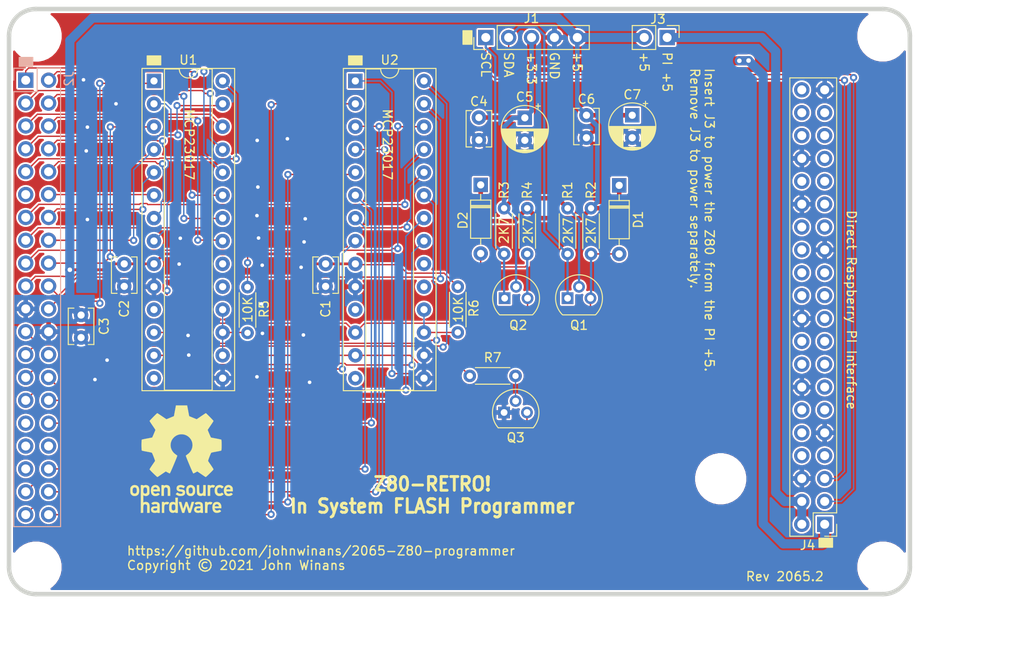
<source format=kicad_pcb>
(kicad_pcb (version 20171130) (host pcbnew 5.1.5+dfsg1-2build2)
  (title_block (date 2021-10-18) (rev 2.0))
  (layers (0 F.Cu signal) (31 B.Cu signal) (34 B.Paste user) (35 F.Paste user) (36 B.SilkS user) (37 F.SilkS user) (38 B.Mask user) (39 F.Mask user) (44 Edge.Cuts user))
  (net 0 "")
  (net 1 "Net-(U1-Pad20)")
  (net 2 "Net-(U1-Pad19)")
  (net 3 "Net-(U1-Pad14)")
  (net 4 "Net-(U1-Pad11)")
  (net 5 "Net-(U2-Pad20)")
  (net 6 "Net-(U2-Pad19)")
  (net 7 "Net-(U2-Pad14)")
  (net 8 "Net-(U2-Pad11)")
  (net 9 GND)
  (net 10 +3V3)
  (net 11 /SDA)
  (net 12 +5V)
  (net 13 /SCK)
  (net 14 /A15)
  (net 15 /A14)
  (net 16 /A13)
  (net 17 /A12)
  (net 18 /A11)
  (net 19 /A10)
  (net 20 /A9)
  (net 21 /A8)
  (net 22 /A7)
  (net 23 /A6)
  (net 24 /A5)
  (net 25 /A4)
  (net 26 /A3)
  (net 27 /A2)
  (net 28 /A1)
  (net 29 /A0)
  (net 30 /D7)
  (net 31 /D6)
  (net 32 /D5)
  (net 33 /D4)
  (net 34 /D3)
  (net 35 /D2)
  (net 36 /D1)
  (net 37 /D0)
  (net 38 /~M1)
  (net 39 /~RESET)
  (net 40 /~BUSRQ)
  (net 41 /~BUSACK)
  (net 42 /~MREQ)
  (net 43 /~WR)
  (net 44 /~IORQ)
  (net 45 /~RD)
  (net 46 "Net-(J2-Pad6)")
  (net 47 "Net-(J2-Pad28)")
  (net 48 "Net-(J2-Pad16)")
  (net 49 "Net-(J2-Pad17)")
  (net 50 "Net-(J2-Pad24)")
  (net 51 "Net-(J2-Pad18)")
  (net 52 "Net-(J4-Pad40)")
  (net 53 "Net-(J4-Pad38)")
  (net 54 "Net-(J4-Pad37)")
  (net 55 "Net-(J4-Pad36)")
  (net 56 "Net-(J4-Pad35)")
  (net 57 "Net-(J4-Pad33)")
  (net 58 "Net-(J4-Pad32)")
  (net 59 "Net-(J4-Pad31)")
  (net 60 "Net-(J4-Pad29)")
  (net 61 "Net-(J4-Pad28)")
  (net 62 "Net-(J4-Pad27)")
  (net 63 "Net-(J4-Pad26)")
  (net 64 "Net-(J4-Pad24)")
  (net 65 "Net-(J4-Pad23)")
  (net 66 "Net-(J4-Pad22)")
  (net 67 "Net-(J4-Pad21)")
  (net 68 "Net-(J4-Pad19)")
  (net 69 "Net-(J4-Pad18)")
  (net 70 "Net-(J4-Pad17)")
  (net 71 "Net-(J4-Pad16)")
  (net 72 "Net-(J4-Pad15)")
  (net 73 "Net-(J4-Pad13)")
  (net 74 "Net-(J4-Pad12)")
  (net 75 "Net-(J4-Pad11)")
  (net 76 "Net-(J4-Pad10)")
  (net 77 "Net-(J4-Pad8)")
  (net 78 "Net-(J4-Pad7)")
  (net 79 /SDA_33)
  (net 80 /SCK_33)
  (net 81 "Net-(J3-Pad1)")
  (net 82 "Net-(R5-Pad1)")
  (net 83 "Net-(R6-Pad1)")
  (net 84 "Net-(Q3-Pad2)")
  (net 85 "Net-(R7-Pad2)")
  (module jb-footprint:PinSocket_2x20_P2.54mm_Vertical_clockwise (layer B.Cu) (at 86.854 62.912 180)
    (fp_text reference J2 (at -4.80444 0.15622 90) (layer B.SilkS) (effects (justify mirror)))
    (fp_text value Conn_02x20_Counter_Clockwise)
    (pad 21 thru_hole oval (at -2.54 -48.26 180) (size 1.7 1.7) (drill 1) (layers *.Cu *.Mask) (net 45 /~RD))
    (pad 20 thru_hole oval (at 0 -48.26 180) (size 1.7 1.7) (drill 1) (layers *.Cu *.Mask) (net 44 /~IORQ))
    (pad 22 thru_hole oval (at -2.54 -45.72 180) (size 1.7 1.7) (drill 1) (layers *.Cu *.Mask) (net 43 /~WR))
    (pad 19 thru_hole oval (at 0 -45.72 180) (size 1.7 1.7) (drill 1) (layers *.Cu *.Mask) (net 42 /~MREQ))
    (pad 23 thru_hole oval (at -2.54 -43.18 180) (size 1.7 1.7) (drill 1) (layers *.Cu *.Mask) (net 41 /~BUSACK))
    (pad 18 thru_hole oval (at 0 -43.18 180) (size 1.7 1.7) (drill 1) (layers *.Cu *.Mask) (net 51 "Net-(J2-Pad18)"))
    (pad 24 thru_hole oval (at -2.54 -40.64 180) (size 1.7 1.7) (drill 1) (layers *.Cu *.Mask) (net 50 "Net-(J2-Pad24)"))
    (pad 17 thru_hole oval (at 0 -40.64 180) (size 1.7 1.7) (drill 1) (layers *.Cu *.Mask) (net 49 "Net-(J2-Pad17)"))
    (pad 25 thru_hole oval (at -2.54 -38.1 180) (size 1.7 1.7) (drill 1) (layers *.Cu *.Mask) (net 40 /~BUSRQ))
    (pad 16 thru_hole oval (at 0 -38.1 180) (size 1.7 1.7) (drill 1) (layers *.Cu *.Mask) (net 48 "Net-(J2-Pad16)"))
    (pad 26 thru_hole oval (at -2.54 -35.56 180) (size 1.7 1.7) (drill 1) (layers *.Cu *.Mask) (net 39 /~RESET))
    (pad 15 thru_hole oval (at 0 -35.56 180) (size 1.7 1.7) (drill 1) (layers *.Cu *.Mask) (net 36 /D1))
    (pad 27 thru_hole oval (at -2.54 -33.02 180) (size 1.7 1.7) (drill 1) (layers *.Cu *.Mask) (net 38 /~M1))
    (pad 14 thru_hole oval (at 0 -33.02 180) (size 1.7 1.7) (drill 1) (layers *.Cu *.Mask) (net 37 /D0))
    (pad 28 thru_hole oval (at -2.54 -30.48 180) (size 1.7 1.7) (drill 1) (layers *.Cu *.Mask) (net 47 "Net-(J2-Pad28)"))
    (pad 13 thru_hole oval (at 0 -30.48 180) (size 1.7 1.7) (drill 1) (layers *.Cu *.Mask) (net 30 /D7))
    (pad 29 thru_hole oval (at -2.54 -27.94 180) (size 1.7 1.7) (drill 1) (layers *.Cu *.Mask) (net 9 GND))
    (pad 12 thru_hole oval (at 0 -27.94 180) (size 1.7 1.7) (drill 1) (layers *.Cu *.Mask) (net 35 /D2))
    (pad 30 thru_hole oval (at -2.54 -25.4 180) (size 1.7 1.7) (drill 1) (layers *.Cu *.Mask) (net 29 /A0))
    (pad 11 thru_hole oval (at 0 -25.4 180) (size 1.7 1.7) (drill 1) (layers *.Cu *.Mask) (net 12 +5V))
    (pad 31 thru_hole oval (at -2.54 -22.86 180) (size 1.7 1.7) (drill 1) (layers *.Cu *.Mask) (net 28 /A1))
    (pad 10 thru_hole oval (at 0 -22.86 180) (size 1.7 1.7) (drill 1) (layers *.Cu *.Mask) (net 31 /D6))
    (pad 32 thru_hole oval (at -2.54 -20.32 180) (size 1.7 1.7) (drill 1) (layers *.Cu *.Mask) (net 27 /A2))
    (pad 9 thru_hole oval (at 0 -20.32 180) (size 1.7 1.7) (drill 1) (layers *.Cu *.Mask) (net 32 /D5))
    (pad 33 thru_hole oval (at -2.54 -17.78 180) (size 1.7 1.7) (drill 1) (layers *.Cu *.Mask) (net 26 /A3))
    (pad 8 thru_hole oval (at 0 -17.78 180) (size 1.7 1.7) (drill 1) (layers *.Cu *.Mask) (net 34 /D3))
    (pad 34 thru_hole oval (at -2.54 -15.24 180) (size 1.7 1.7) (drill 1) (layers *.Cu *.Mask) (net 25 /A4))
    (pad 7 thru_hole oval (at 0 -15.24 180) (size 1.7 1.7) (drill 1) (layers *.Cu *.Mask) (net 33 /D4))
    (pad 35 thru_hole oval (at -2.54 -12.7 180) (size 1.7 1.7) (drill 1) (layers *.Cu *.Mask) (net 24 /A5))
    (pad 6 thru_hole oval (at 0 -12.7 180) (size 1.7 1.7) (drill 1) (layers *.Cu *.Mask) (net 46 "Net-(J2-Pad6)"))
    (pad 36 thru_hole oval (at -2.54 -10.16 180) (size 1.7 1.7) (drill 1) (layers *.Cu *.Mask) (net 23 /A6))
    (pad 5 thru_hole oval (at 0 -10.16 180) (size 1.7 1.7) (drill 1) (layers *.Cu *.Mask) (net 14 /A15))
    (pad 37 thru_hole oval (at -2.54 -7.62 180) (size 1.7 1.7) (drill 1) (layers *.Cu *.Mask) (net 22 /A7))
    (pad 4 thru_hole oval (at 0 -7.62 180) (size 1.7 1.7) (drill 1) (layers *.Cu *.Mask) (net 15 /A14))
    (pad 38 thru_hole oval (at -2.54 -5.08 180) (size 1.7 1.7) (drill 1) (layers *.Cu *.Mask) (net 21 /A8))
    (pad 3 thru_hole oval (at 0 -5.08 180) (size 1.7 1.7) (drill 1) (layers *.Cu *.Mask) (net 16 /A13))
    (pad 39 thru_hole oval (at -2.54 -2.54 180) (size 1.7 1.7) (drill 1) (layers *.Cu *.Mask) (net 20 /A9))
    (pad 2 thru_hole oval (at 0 -2.54 180) (size 1.7 1.7) (drill 1) (layers *.Cu *.Mask) (net 17 /A12))
    (pad 40 thru_hole oval (at -2.54 0 180) (size 1.7 1.7) (drill 1) (layers *.Cu *.Mask) (net 19 /A10))
    (pad 1 thru_hole rect (at 0 0 180) (size 1.7 1.7) (drill 1) (layers *.Cu *.Mask) (net 18 /A11))
  )
  (module Diode_THT:D_DO-35_SOD27_P7.62mm_Horizontal (layer F.Cu) (at 137.35558 74.53884 270)
    (fp_text reference D2 (at 3.94716 1.97358 90) (layer F.SilkS))
    (fp_text value 1N914)
    (pad 2 thru_hole oval (at 7.62 0 270) (size 1.6 1.6) (drill 0.8) (layers *.Cu *.Mask) (net 13 /SCK))
    (pad 1 thru_hole rect (at 0 0 270) (size 1.6 1.6) (drill 0.8) (layers *.Cu *.Mask) (net 12 +5V))
  )
  (module Diode_THT:D_DO-35_SOD27_P7.62mm_Horizontal (layer F.Cu) (at 152.7302 74.58964 270)
    (fp_text reference D1 (at 3.81 -2.12 90) (layer F.SilkS))
    (fp_text value 1N914)
    (pad 2 thru_hole oval (at 7.62 0 270) (size 1.6 1.6) (drill 0.8) (layers *.Cu *.Mask) (net 11 /SDA))
    (pad 1 thru_hole rect (at 0 0 270) (size 1.6 1.6) (drill 0.8) (layers *.Cu *.Mask) (net 12 +5V))
  )
  (module MountingHole:MountingHole_2.7mm_M2.5_DIN965 (layer F.Cu) (at 164 107.19)
    (fp_text reference H5 hide)
    (fp_text value MountingHole)
    (pad 1 np_thru_hole circle (at 0 0) (size 2.7 2.7) (drill 2.7) (layers *.Cu *.Mask))
  )
  (module Resistor_THT:R_Axial_DIN0204_L3.6mm_D1.6mm_P5.08mm_Horizontal (layer F.Cu) (at 141.224 95.758 180)
    (fp_text reference R7 (at 2.54 2.032) (layer F.SilkS))
    (fp_text value 1K)
    (pad 2 thru_hole oval (at 5.08 0 180) (size 1.4 1.4) (drill 0.7) (layers *.Cu *.Mask) (net 85 "Net-(R7-Pad2)"))
    (pad 1 thru_hole circle (at 0 0 180) (size 1.4 1.4) (drill 0.7) (layers *.Cu *.Mask) (net 84 "Net-(Q3-Pad2)"))
  )
  (module Package_TO_SOT_THT:TO-92L (layer F.Cu) (at 139.954 99.822)
    (fp_text reference Q3 (at 1.29 2.794) (layer F.SilkS))
    (fp_text value PN2222)
    (pad 1 thru_hole rect (at 0 0 90) (size 1.3 1.3) (drill 0.75) (layers *.Cu *.Mask) (net 9 GND))
    (pad 3 thru_hole circle (at 2.54 0 90) (size 1.3 1.3) (drill 0.75) (layers *.Cu *.Mask) (net 39 /~RESET))
    (pad 2 thru_hole circle (at 1.28 -1.27 90) (size 1.3 1.3) (drill 0.75) (layers *.Cu *.Mask) (net 84 "Net-(Q3-Pad2)"))
  )
  (module Resistor_THT:R_Axial_DIN0204_L3.6mm_D1.6mm_P5.08mm_Horizontal (layer F.Cu) (at 134.8105 90.92946 90)
    (fp_text reference R6 (at 2.68732 1.78816 90) (layer F.SilkS))
    (fp_text value 10K)
    (pad 2 thru_hole oval (at 5.08 0 90) (size 1.4 1.4) (drill 0.7) (layers *.Cu *.Mask) (net 12 +5V))
    (pad 1 thru_hole circle (at 0 0 90) (size 1.4 1.4) (drill 0.7) (layers *.Cu *.Mask) (net 83 "Net-(R6-Pad1)"))
  )
  (module Resistor_THT:R_Axial_DIN0204_L3.6mm_D1.6mm_P5.08mm_Horizontal (layer F.Cu) (at 111.47298 90.97772 90)
    (fp_text reference R5 (at 2.6416 1.83896 90) (layer F.SilkS))
    (fp_text value 10K)
    (pad 2 thru_hole oval (at 5.08 0 90) (size 1.4 1.4) (drill 0.7) (layers *.Cu *.Mask) (net 12 +5V))
    (pad 1 thru_hole circle (at 0 0 90) (size 1.4 1.4) (drill 0.7) (layers *.Cu *.Mask) (net 82 "Net-(R5-Pad1)"))
  )
  (module Connector_PinHeader_2.54mm:PinHeader_1x02_P2.54mm_Vertical (layer F.Cu) (at 158.052 58.166 270)
    (fp_text reference J3 (at -2.032 1.016 180) (layer F.SilkS))
    (fp_text value Conn_01x02)
    (pad 2 thru_hole oval (at 0 2.54 270) (size 1.7 1.7) (drill 1) (layers *.Cu *.Mask) (net 12 +5V))
    (pad 1 thru_hole rect (at 0 0 270) (size 1.7 1.7) (drill 1) (layers *.Cu *.Mask) (net 81 "Net-(J3-Pad1)"))
  )
  (module Connector_PinHeader_2.54mm:PinHeader_2x20_P2.54mm_Vertical (layer F.Cu) (at 175.54 112.24 180)
    (fp_text reference J4 (at 1.9 -2.33) (layer F.SilkS))
    (fp_text value Conn_02x20_Odd_Even)
    (pad 40 thru_hole oval (at 2.54 48.26 180) (size 1.7 1.7) (drill 1) (layers *.Cu *.Mask) (net 52 "Net-(J4-Pad40)"))
    (pad 39 thru_hole oval (at 0 48.26 180) (size 1.7 1.7) (drill 1) (layers *.Cu *.Mask) (net 9 GND))
    (pad 38 thru_hole oval (at 2.54 45.72 180) (size 1.7 1.7) (drill 1) (layers *.Cu *.Mask) (net 53 "Net-(J4-Pad38)"))
    (pad 37 thru_hole oval (at 0 45.72 180) (size 1.7 1.7) (drill 1) (layers *.Cu *.Mask) (net 54 "Net-(J4-Pad37)"))
    (pad 36 thru_hole oval (at 2.54 43.18 180) (size 1.7 1.7) (drill 1) (layers *.Cu *.Mask) (net 55 "Net-(J4-Pad36)"))
    (pad 35 thru_hole oval (at 0 43.18 180) (size 1.7 1.7) (drill 1) (layers *.Cu *.Mask) (net 56 "Net-(J4-Pad35)"))
    (pad 34 thru_hole oval (at 2.54 40.64 180) (size 1.7 1.7) (drill 1) (layers *.Cu *.Mask) (net 9 GND))
    (pad 33 thru_hole oval (at 0 40.64 180) (size 1.7 1.7) (drill 1) (layers *.Cu *.Mask) (net 57 "Net-(J4-Pad33)"))
    (pad 32 thru_hole oval (at 2.54 38.1 180) (size 1.7 1.7) (drill 1) (layers *.Cu *.Mask) (net 58 "Net-(J4-Pad32)"))
    (pad 31 thru_hole oval (at 0 38.1 180) (size 1.7 1.7) (drill 1) (layers *.Cu *.Mask) (net 59 "Net-(J4-Pad31)"))
    (pad 30 thru_hole oval (at 2.54 35.56 180) (size 1.7 1.7) (drill 1) (layers *.Cu *.Mask) (net 9 GND))
    (pad 29 thru_hole oval (at 0 35.56 180) (size 1.7 1.7) (drill 1) (layers *.Cu *.Mask) (net 60 "Net-(J4-Pad29)"))
    (pad 28 thru_hole oval (at 2.54 33.02 180) (size 1.7 1.7) (drill 1) (layers *.Cu *.Mask) (net 61 "Net-(J4-Pad28)"))
    (pad 27 thru_hole oval (at 0 33.02 180) (size 1.7 1.7) (drill 1) (layers *.Cu *.Mask) (net 62 "Net-(J4-Pad27)"))
    (pad 26 thru_hole oval (at 2.54 30.48 180) (size 1.7 1.7) (drill 1) (layers *.Cu *.Mask) (net 63 "Net-(J4-Pad26)"))
    (pad 25 thru_hole oval (at 0 30.48 180) (size 1.7 1.7) (drill 1) (layers *.Cu *.Mask) (net 9 GND))
    (pad 24 thru_hole oval (at 2.54 27.94 180) (size 1.7 1.7) (drill 1) (layers *.Cu *.Mask) (net 64 "Net-(J4-Pad24)"))
    (pad 23 thru_hole oval (at 0 27.94 180) (size 1.7 1.7) (drill 1) (layers *.Cu *.Mask) (net 65 "Net-(J4-Pad23)"))
    (pad 22 thru_hole oval (at 2.54 25.4 180) (size 1.7 1.7) (drill 1) (layers *.Cu *.Mask) (net 66 "Net-(J4-Pad22)"))
    (pad 21 thru_hole oval (at 0 25.4 180) (size 1.7 1.7) (drill 1) (layers *.Cu *.Mask) (net 67 "Net-(J4-Pad21)"))
    (pad 20 thru_hole oval (at 2.54 22.86 180) (size 1.7 1.7) (drill 1) (layers *.Cu *.Mask) (net 9 GND))
    (pad 19 thru_hole oval (at 0 22.86 180) (size 1.7 1.7) (drill 1) (layers *.Cu *.Mask) (net 68 "Net-(J4-Pad19)"))
    (pad 18 thru_hole oval (at 2.54 20.32 180) (size 1.7 1.7) (drill 1) (layers *.Cu *.Mask) (net 69 "Net-(J4-Pad18)"))
    (pad 17 thru_hole oval (at 0 20.32 180) (size 1.7 1.7) (drill 1) (layers *.Cu *.Mask) (net 70 "Net-(J4-Pad17)"))
    (pad 16 thru_hole oval (at 2.54 17.78 180) (size 1.7 1.7) (drill 1) (layers *.Cu *.Mask) (net 71 "Net-(J4-Pad16)"))
    (pad 15 thru_hole oval (at 0 17.78 180) (size 1.7 1.7) (drill 1) (layers *.Cu *.Mask) (net 72 "Net-(J4-Pad15)"))
    (pad 14 thru_hole oval (at 2.54 15.24 180) (size 1.7 1.7) (drill 1) (layers *.Cu *.Mask) (net 9 GND))
    (pad 13 thru_hole oval (at 0 15.24 180) (size 1.7 1.7) (drill 1) (layers *.Cu *.Mask) (net 73 "Net-(J4-Pad13)"))
    (pad 12 thru_hole oval (at 2.54 12.7 180) (size 1.7 1.7) (drill 1) (layers *.Cu *.Mask) (net 74 "Net-(J4-Pad12)"))
    (pad 11 thru_hole oval (at 0 12.7 180) (size 1.7 1.7) (drill 1) (layers *.Cu *.Mask) (net 75 "Net-(J4-Pad11)"))
    (pad 10 thru_hole oval (at 2.54 10.16 180) (size 1.7 1.7) (drill 1) (layers *.Cu *.Mask) (net 76 "Net-(J4-Pad10)"))
    (pad 9 thru_hole oval (at 0 10.16 180) (size 1.7 1.7) (drill 1) (layers *.Cu *.Mask) (net 9 GND))
    (pad 8 thru_hole oval (at 2.54 7.62 180) (size 1.7 1.7) (drill 1) (layers *.Cu *.Mask) (net 77 "Net-(J4-Pad8)"))
    (pad 7 thru_hole oval (at 0 7.62 180) (size 1.7 1.7) (drill 1) (layers *.Cu *.Mask) (net 78 "Net-(J4-Pad7)"))
    (pad 6 thru_hole oval (at 2.54 5.08 180) (size 1.7 1.7) (drill 1) (layers *.Cu *.Mask) (net 9 GND))
    (pad 5 thru_hole oval (at 0 5.08 180) (size 1.7 1.7) (drill 1) (layers *.Cu *.Mask) (net 80 /SCK_33))
    (pad 4 thru_hole oval (at 2.54 2.54 180) (size 1.7 1.7) (drill 1) (layers *.Cu *.Mask) (net 81 "Net-(J3-Pad1)"))
    (pad 3 thru_hole oval (at 0 2.54 180) (size 1.7 1.7) (drill 1) (layers *.Cu *.Mask) (net 79 /SDA_33))
    (pad 2 thru_hole oval (at 2.54 0 180) (size 1.7 1.7) (drill 1) (layers *.Cu *.Mask) (net 81 "Net-(J3-Pad1)"))
    (pad 1 thru_hole rect (at 0 0 180) (size 1.7 1.7) (drill 1) (layers *.Cu *.Mask) (net 10 +3V3))
  )
  (module Capacitor_THT:CP_Radial_D5.0mm_P2.50mm (layer F.Cu) (at 154.178 66.802 270)
    (fp_text reference C7 (at -2.286 0 180) (layer F.SilkS))
    (fp_text value 10uF)
    (pad 2 thru_hole circle (at 2.5 0 270) (size 1.6 1.6) (drill 0.8) (layers *.Cu *.Mask) (net 9 GND))
    (pad 1 thru_hole rect (at 0 0 270) (size 1.6 1.6) (drill 0.8) (layers *.Cu *.Mask) (net 12 +5V))
  )
  (module Capacitor_THT:C_Disc_D3.8mm_W2.6mm_P2.50mm (layer F.Cu) (at 149.098 66.802 270)
    (fp_text reference C6 (at -1.778 0 180) (layer F.SilkS))
    (fp_text value .1uF)
    (pad 2 thru_hole circle (at 2.5 0 270) (size 1.6 1.6) (drill 0.8) (layers *.Cu *.Mask) (net 9 GND))
    (pad 1 thru_hole circle (at 0 0 270) (size 1.6 1.6) (drill 0.8) (layers *.Cu *.Mask) (net 12 +5V))
  )
  (module Capacitor_THT:CP_Radial_D5.0mm_P2.50mm (layer F.Cu) (at 142.256 67.087775 270)
    (fp_text reference C5 (at -2.317775 0.016 180) (layer F.SilkS))
    (fp_text value 10uF)
    (pad 2 thru_hole circle (at 2.5 0 270) (size 1.6 1.6) (drill 0.8) (layers *.Cu *.Mask) (net 9 GND))
    (pad 1 thru_hole rect (at 0 0 270) (size 1.6 1.6) (drill 0.8) (layers *.Cu *.Mask) (net 10 +3V3))
  )
  (module Capacitor_THT:C_Disc_D3.8mm_W2.6mm_P2.50mm (layer F.Cu) (at 137.16 67.056 270)
    (fp_text reference C4 (at -1.778 0 180) (layer F.SilkS))
    (fp_text value .1uF)
    (pad 2 thru_hole circle (at 2.5 0 270) (size 1.6 1.6) (drill 0.8) (layers *.Cu *.Mask) (net 9 GND))
    (pad 1 thru_hole circle (at 0 0 270) (size 1.6 1.6) (drill 0.8) (layers *.Cu *.Mask) (net 10 +3V3))
  )
  (module Package_DIP:DIP-28_W7.62mm_Socket (layer F.Cu) (at 123.444 62.992)
    (fp_text reference U2 (at 3.81 -2.33) (layer F.SilkS))
    (fp_text value MCP23017-E_SP)
    (pad 28 thru_hole oval (at 7.62 0) (size 1.6 1.6) (drill 0.8) (layers *.Cu *.Mask) (net 30 /D7))
    (pad 14 thru_hole oval (at 0 33.02) (size 1.6 1.6) (drill 0.8) (layers *.Cu *.Mask) (net 7 "Net-(U2-Pad14)"))
    (pad 27 thru_hole oval (at 7.62 2.54) (size 1.6 1.6) (drill 0.8) (layers *.Cu *.Mask) (net 31 /D6))
    (pad 13 thru_hole oval (at 0 30.48) (size 1.6 1.6) (drill 0.8) (layers *.Cu *.Mask) (net 11 /SDA))
    (pad 26 thru_hole oval (at 7.62 5.08) (size 1.6 1.6) (drill 0.8) (layers *.Cu *.Mask) (net 32 /D5))
    (pad 12 thru_hole oval (at 0 27.94) (size 1.6 1.6) (drill 0.8) (layers *.Cu *.Mask) (net 13 /SCK))
    (pad 25 thru_hole oval (at 7.62 7.62) (size 1.6 1.6) (drill 0.8) (layers *.Cu *.Mask) (net 33 /D4))
    (pad 11 thru_hole oval (at 0 25.4) (size 1.6 1.6) (drill 0.8) (layers *.Cu *.Mask) (net 8 "Net-(U2-Pad11)"))
    (pad 24 thru_hole oval (at 7.62 10.16) (size 1.6 1.6) (drill 0.8) (layers *.Cu *.Mask) (net 34 /D3))
    (pad 10 thru_hole oval (at 0 22.86) (size 1.6 1.6) (drill 0.8) (layers *.Cu *.Mask) (net 9 GND))
    (pad 23 thru_hole oval (at 7.62 12.7) (size 1.6 1.6) (drill 0.8) (layers *.Cu *.Mask) (net 35 /D2))
    (pad 9 thru_hole oval (at 0 20.32) (size 1.6 1.6) (drill 0.8) (layers *.Cu *.Mask) (net 12 +5V))
    (pad 22 thru_hole oval (at 7.62 15.24) (size 1.6 1.6) (drill 0.8) (layers *.Cu *.Mask) (net 36 /D1))
    (pad 8 thru_hole oval (at 0 17.78) (size 1.6 1.6) (drill 0.8) (layers *.Cu *.Mask) (net 38 /~M1))
    (pad 21 thru_hole oval (at 7.62 17.78) (size 1.6 1.6) (drill 0.8) (layers *.Cu *.Mask) (net 37 /D0))
    (pad 7 thru_hole oval (at 0 15.24) (size 1.6 1.6) (drill 0.8) (layers *.Cu *.Mask) (net 41 /~BUSACK))
    (pad 20 thru_hole oval (at 7.62 20.32) (size 1.6 1.6) (drill 0.8) (layers *.Cu *.Mask) (net 5 "Net-(U2-Pad20)"))
    (pad 6 thru_hole oval (at 0 12.7) (size 1.6 1.6) (drill 0.8) (layers *.Cu *.Mask) (net 40 /~BUSRQ))
    (pad 19 thru_hole oval (at 7.62 22.86) (size 1.6 1.6) (drill 0.8) (layers *.Cu *.Mask) (net 6 "Net-(U2-Pad19)"))
    (pad 5 thru_hole oval (at 0 10.16) (size 1.6 1.6) (drill 0.8) (layers *.Cu *.Mask) (net 44 /~IORQ))
    (pad 18 thru_hole oval (at 7.62 25.4) (size 1.6 1.6) (drill 0.8) (layers *.Cu *.Mask) (net 83 "Net-(R6-Pad1)"))
    (pad 4 thru_hole oval (at 0 7.62) (size 1.6 1.6) (drill 0.8) (layers *.Cu *.Mask) (net 42 /~MREQ))
    (pad 17 thru_hole oval (at 7.62 27.94) (size 1.6 1.6) (drill 0.8) (layers *.Cu *.Mask) (net 83 "Net-(R6-Pad1)"))
    (pad 3 thru_hole oval (at 0 5.08) (size 1.6 1.6) (drill 0.8) (layers *.Cu *.Mask) (net 43 /~WR))
    (pad 16 thru_hole oval (at 7.62 30.48) (size 1.6 1.6) (drill 0.8) (layers *.Cu *.Mask) (net 9 GND))
    (pad 2 thru_hole oval (at 0 2.54) (size 1.6 1.6) (drill 0.8) (layers *.Cu *.Mask) (net 45 /~RD))
    (pad 15 thru_hole oval (at 7.62 33.02) (size 1.6 1.6) (drill 0.8) (layers *.Cu *.Mask) (net 9 GND))
    (pad 1 thru_hole rect (at 0 0) (size 1.6 1.6) (drill 0.8) (layers *.Cu *.Mask) (net 85 "Net-(R7-Pad2)"))
  )
  (module Package_DIP:DIP-28_W7.62mm_Socket (layer F.Cu) (at 101.092 62.992)
    (fp_text reference U1 (at 3.81 -2.33) (layer F.SilkS))
    (fp_text value MCP23017-E_SP)
    (pad 28 thru_hole oval (at 7.62 0) (size 1.6 1.6) (drill 0.8) (layers *.Cu *.Mask) (net 14 /A15))
    (pad 14 thru_hole oval (at 0 33.02) (size 1.6 1.6) (drill 0.8) (layers *.Cu *.Mask) (net 3 "Net-(U1-Pad14)"))
    (pad 27 thru_hole oval (at 7.62 2.54) (size 1.6 1.6) (drill 0.8) (layers *.Cu *.Mask) (net 15 /A14))
    (pad 13 thru_hole oval (at 0 30.48) (size 1.6 1.6) (drill 0.8) (layers *.Cu *.Mask) (net 11 /SDA))
    (pad 26 thru_hole oval (at 7.62 5.08) (size 1.6 1.6) (drill 0.8) (layers *.Cu *.Mask) (net 16 /A13))
    (pad 12 thru_hole oval (at 0 27.94) (size 1.6 1.6) (drill 0.8) (layers *.Cu *.Mask) (net 13 /SCK))
    (pad 25 thru_hole oval (at 7.62 7.62) (size 1.6 1.6) (drill 0.8) (layers *.Cu *.Mask) (net 17 /A12))
    (pad 11 thru_hole oval (at 0 25.4) (size 1.6 1.6) (drill 0.8) (layers *.Cu *.Mask) (net 4 "Net-(U1-Pad11)"))
    (pad 24 thru_hole oval (at 7.62 10.16) (size 1.6 1.6) (drill 0.8) (layers *.Cu *.Mask) (net 18 /A11))
    (pad 10 thru_hole oval (at 0 22.86) (size 1.6 1.6) (drill 0.8) (layers *.Cu *.Mask) (net 9 GND))
    (pad 23 thru_hole oval (at 7.62 12.7) (size 1.6 1.6) (drill 0.8) (layers *.Cu *.Mask) (net 19 /A10))
    (pad 9 thru_hole oval (at 0 20.32) (size 1.6 1.6) (drill 0.8) (layers *.Cu *.Mask) (net 12 +5V))
    (pad 22 thru_hole oval (at 7.62 15.24) (size 1.6 1.6) (drill 0.8) (layers *.Cu *.Mask) (net 20 /A9))
    (pad 8 thru_hole oval (at 0 17.78) (size 1.6 1.6) (drill 0.8) (layers *.Cu *.Mask) (net 22 /A7))
    (pad 21 thru_hole oval (at 7.62 17.78) (size 1.6 1.6) (drill 0.8) (layers *.Cu *.Mask) (net 21 /A8))
    (pad 7 thru_hole oval (at 0 15.24) (size 1.6 1.6) (drill 0.8) (layers *.Cu *.Mask) (net 23 /A6))
    (pad 20 thru_hole oval (at 7.62 20.32) (size 1.6 1.6) (drill 0.8) (layers *.Cu *.Mask) (net 1 "Net-(U1-Pad20)"))
    (pad 6 thru_hole oval (at 0 12.7) (size 1.6 1.6) (drill 0.8) (layers *.Cu *.Mask) (net 24 /A5))
    (pad 19 thru_hole oval (at 7.62 22.86) (size 1.6 1.6) (drill 0.8) (layers *.Cu *.Mask) (net 2 "Net-(U1-Pad19)"))
    (pad 5 thru_hole oval (at 0 10.16) (size 1.6 1.6) (drill 0.8) (layers *.Cu *.Mask) (net 25 /A4))
    (pad 18 thru_hole oval (at 7.62 25.4) (size 1.6 1.6) (drill 0.8) (layers *.Cu *.Mask) (net 82 "Net-(R5-Pad1)"))
    (pad 4 thru_hole oval (at 0 7.62) (size 1.6 1.6) (drill 0.8) (layers *.Cu *.Mask) (net 26 /A3))
    (pad 17 thru_hole oval (at 7.62 27.94) (size 1.6 1.6) (drill 0.8) (layers *.Cu *.Mask) (net 82 "Net-(R5-Pad1)"))
    (pad 3 thru_hole oval (at 0 5.08) (size 1.6 1.6) (drill 0.8) (layers *.Cu *.Mask) (net 27 /A2))
    (pad 16 thru_hole oval (at 7.62 30.48) (size 1.6 1.6) (drill 0.8) (layers *.Cu *.Mask) (net 82 "Net-(R5-Pad1)"))
    (pad 2 thru_hole oval (at 0 2.54) (size 1.6 1.6) (drill 0.8) (layers *.Cu *.Mask) (net 28 /A1))
    (pad 15 thru_hole oval (at 7.62 33.02) (size 1.6 1.6) (drill 0.8) (layers *.Cu *.Mask) (net 9 GND))
    (pad 1 thru_hole rect (at 0 0) (size 1.6 1.6) (drill 0.8) (layers *.Cu *.Mask) (net 29 /A0))
  )
  (module MountingHole:MountingHole_2.7mm_M2.5_DIN965 (layer F.Cu) (at 182 117)
    (fp_text reference H4 hide)
    (fp_text value MountingHole)
    (pad "" np_thru_hole circle (at 0 0) (size 2.7 2.7) (drill 2.7) (layers *.Cu *.Mask) (clearance 1.5))
  )
  (module MountingHole:MountingHole_2.7mm_M2.5_DIN965 (layer F.Cu) (at 88 117)
    (fp_text reference H3 hide)
    (fp_text value MountingHole)
    (pad "" np_thru_hole circle (at 0 0) (size 2.7 2.7) (drill 2.7) (layers *.Cu *.Mask) (clearance 1.5))
  )
  (module MountingHole:MountingHole_2.7mm_M2.5_DIN965 (layer F.Cu) (at 182 58)
    (fp_text reference H2 hide)
    (fp_text value MountingHole)
    (pad "" np_thru_hole circle (at 0 0) (size 2.7 2.7) (drill 2.7) (layers *.Cu *.Mask) (clearance 1.5))
  )
  (module MountingHole:MountingHole_2.7mm_M2.5_DIN965 (layer F.Cu) (at 88 58)
    (fp_text reference H1 hide)
    (fp_text value MountingHole)
    (pad "" np_thru_hole circle (at 0 0) (size 2.7 2.7) (drill 2.7) (layers *.Cu *.Mask) (clearance 1.5))
  )
  (module Resistor_THT:R_Axial_DIN0204_L3.6mm_D1.6mm_P5.08mm_Horizontal (layer F.Cu) (at 142.524 77.128 270)
    (fp_text reference R4 (at -2 0 90) (layer F.SilkS))
    (fp_text value 2K7)
    (pad 2 thru_hole oval (at 5.08 0 270) (size 1.4 1.4) (drill 0.7) (layers *.Cu *.Mask) (net 13 /SCK))
    (pad 1 thru_hole circle (at 0 0 270) (size 1.4 1.4) (drill 0.7) (layers *.Cu *.Mask) (net 12 +5V))
  )
  (module Resistor_THT:R_Axial_DIN0204_L3.6mm_D1.6mm_P5.08mm_Horizontal (layer F.Cu) (at 139.954 77.128 270)
    (fp_text reference R3 (at -2 0 90) (layer F.SilkS))
    (fp_text value 2K7)
    (pad 2 thru_hole oval (at 5.08 0 270) (size 1.4 1.4) (drill 0.7) (layers *.Cu *.Mask) (net 80 /SCK_33))
    (pad 1 thru_hole circle (at 0 0 270) (size 1.4 1.4) (drill 0.7) (layers *.Cu *.Mask) (net 10 +3V3))
  )
  (module Resistor_THT:R_Axial_DIN0204_L3.6mm_D1.6mm_P5.08mm_Horizontal (layer F.Cu) (at 149.606 77.128 270)
    (fp_text reference R2 (at -2 0 90) (layer F.SilkS))
    (fp_text value 2K7)
    (pad 2 thru_hole oval (at 5.08 0 270) (size 1.4 1.4) (drill 0.7) (layers *.Cu *.Mask) (net 11 /SDA))
    (pad 1 thru_hole circle (at 0 0 270) (size 1.4 1.4) (drill 0.7) (layers *.Cu *.Mask) (net 12 +5V))
  )
  (module Resistor_THT:R_Axial_DIN0204_L3.6mm_D1.6mm_P5.08mm_Horizontal (layer F.Cu) (at 147.002 77.128 270)
    (fp_text reference R1 (at -2 0 90) (layer F.SilkS))
    (fp_text value 2K7)
    (pad 2 thru_hole oval (at 5.08 0 270) (size 1.4 1.4) (drill 0.7) (layers *.Cu *.Mask) (net 79 /SDA_33))
    (pad 1 thru_hole circle (at 0 0 270) (size 1.4 1.4) (drill 0.7) (layers *.Cu *.Mask) (net 10 +3V3))
  )
  (module Package_TO_SOT_THT:TO-92 (layer F.Cu) (at 140.0178 87.128)
    (fp_text reference Q2 (at 1.5062 3) (layer F.SilkS))
    (fp_text value 2N7000)
    (pad 1 thru_hole rect (at 0 0 90) (size 1.3 1.3) (drill 0.75) (layers *.Cu *.Mask) (net 80 /SCK_33))
    (pad 3 thru_hole circle (at 2.54 0 90) (size 1.3 1.3) (drill 0.75) (layers *.Cu *.Mask) (net 13 /SCK))
    (pad 2 thru_hole circle (at 1.27 -1.27 90) (size 1.3 1.3) (drill 0.75) (layers *.Cu *.Mask) (net 10 +3V3))
  )
  (module Package_TO_SOT_THT:TO-92 (layer F.Cu) (at 147.002 87.128)
    (fp_text reference Q1 (at 1.27 3) (layer F.SilkS))
    (fp_text value 2N7000)
    (pad 1 thru_hole rect (at 0 0 90) (size 1.3 1.3) (drill 0.75) (layers *.Cu *.Mask) (net 79 /SDA_33))
    (pad 3 thru_hole circle (at 2.54 0 90) (size 1.3 1.3) (drill 0.75) (layers *.Cu *.Mask) (net 11 /SDA))
    (pad 2 thru_hole circle (at 1.27 -1.27 90) (size 1.3 1.3) (drill 0.75) (layers *.Cu *.Mask) (net 10 +3V3))
  )
  (module Symbol:OSHW-Logo_11.4x12mm_SilkScreen (layer F.Cu) (at 104.14 105)
    (fp_text reference LOGO10 hide)
    (fp_text value Logo_Open_Hardware_Small hide)
  )
  (module Connector_PinHeader_2.54mm:PinHeader_1x05_P2.54mm_Vertical (layer F.Cu) (at 137.922 58.166 90)
    (fp_text reference J1 (at 2.12 5.08 180) (layer F.SilkS))
    (fp_text value Conn_01x05)
    (pad 5 thru_hole oval (at 0 10.16 90) (size 1.7 1.7) (drill 1) (layers *.Cu *.Mask) (net 12 +5V))
    (pad 4 thru_hole oval (at 0 7.62 90) (size 1.7 1.7) (drill 1) (layers *.Cu *.Mask) (net 9 GND))
    (pad 3 thru_hole oval (at 0 5.08 90) (size 1.7 1.7) (drill 1) (layers *.Cu *.Mask) (net 10 +3V3))
    (pad 2 thru_hole oval (at 0 2.54 90) (size 1.7 1.7) (drill 1) (layers *.Cu *.Mask) (net 79 /SDA_33))
    (pad 1 thru_hole rect (at 0 0 90) (size 1.7 1.7) (drill 1) (layers *.Cu *.Mask) (net 80 /SCK_33))
  )
  (module Capacitor_THT:C_Disc_D3.8mm_W2.6mm_P2.50mm (layer F.Cu) (at 93 89 270)
    (fp_text reference C3 (at 1.25 -2.55 90) (layer F.SilkS))
    (fp_text value .1uF)
    (pad 2 thru_hole circle (at 2.5 0 270) (size 1.6 1.6) (drill 0.8) (layers *.Cu *.Mask) (net 9 GND))
    (pad 1 thru_hole circle (at 0 0 270) (size 1.6 1.6) (drill 0.8) (layers *.Cu *.Mask) (net 12 +5V))
  )
  (module Capacitor_THT:C_Disc_D3.8mm_W2.6mm_P2.50mm (layer F.Cu) (at 97.79 83.312 270)
    (fp_text reference C2 (at 5 0 90) (layer F.SilkS))
    (fp_text value .1uF)
    (pad 2 thru_hole circle (at 2.5 0 270) (size 1.6 1.6) (drill 0.8) (layers *.Cu *.Mask) (net 9 GND))
    (pad 1 thru_hole circle (at 0 0 270) (size 1.6 1.6) (drill 0.8) (layers *.Cu *.Mask) (net 12 +5V))
  )
  (module Capacitor_THT:C_Disc_D3.8mm_W2.6mm_P2.50mm (layer F.Cu) (at 120.142 83.312 270)
    (fp_text reference C1 (at 5 0 90) (layer F.SilkS))
    (fp_text value .1uF)
    (pad 2 thru_hole circle (at 2.5 0 270) (size 1.6 1.6) (drill 0.8) (layers *.Cu *.Mask) (net 9 GND))
    (pad 1 thru_hole circle (at 0 0 270) (size 1.6 1.6) (drill 0.8) (layers *.Cu *.Mask) (net 12 +5V))
  )
  (gr_text 10K (at 111.506 88.392 90) (layer F.SilkS) (effects (font (size 1 1))))
  (gr_text 10K (at 134.874 88.392 90) (layer F.SilkS) (effects (font (size 1 1))))
  (gr_text 2K7 (at 149.606 79.629 90) (layer F.SilkS) (effects (font (size 1 1))))
  (gr_text 2K7 (at 147.066 79.629 90) (layer F.SilkS) (effects (font (size 1 1))))
  (gr_text 2K7 (at 142.621 79.629 90) (layer F.SilkS) (effects (font (size 1 1))))
  (gr_text 2K7 (at 139.954 79.629 90) (layer F.SilkS) (effects (font (size 1 1))))
  (gr_text "Rev 2065.2" (at 166.70528 118.04396) (layer F.SilkS) (effects (font (size 1 1)) (justify left)))
  (gr_text MCP23017 (at 105 66 270) (layer F.SilkS) (effects (font (size 1 1)) (justify left)))
  (gr_text MCP23017 (at 127 66 270) (layer F.SilkS) (effects (font (size 1 1)) (justify left)))
  (gr_text "Direct Raspberry PI Interface" (at 178.50866 77.25918 270) (layer F.SilkS) (effects (font (size 1 1)) (justify left)))
  (gr_text "Insert J3 to power the Z80 from the PI +5.\nRemove J3 to power separately." (at 161.93262 61.48578 270) (layer F.SilkS) (effects (font (size 1 1)) (justify left)))
  (gr_text "https://github.com/johnwinans/2065-Z80-programmer\nCopyright © 2021 John Winans" (at 98 116) (layer F.SilkS) (effects (font (size 1 1)) (justify left)))
  (gr_poly (pts (xy 176.424 113.784) (xy 176.424 114.8) (xy 174.9 114.8) (xy 174.9 113.784)) (layer F.SilkS) (width 0.1))
  (gr_text "PI +5" (at 158.052 59.69 270) (layer F.SilkS) (effects (font (size 1 1)) (justify left)))
  (gr_text +5 (at 155.512 59.69 270) (layer F.SilkS) (effects (font (size 1 1)) (justify left)))
  (gr_text "Z80-RETRO!\nIn System FLASH Programmer" (at 132 109) (layer F.SilkS) (effects (font (size 1.524 1.397) (thickness 0.3175))))
  (gr_poly (pts (xy 87.64778 61.38418) (xy 87.64778 60.36818) (xy 86.12378 60.36818) (xy 86.12378 61.38418)) (layer B.SilkS) (width 0.1))
  (gr_poly (pts (xy 101.854 60.198) (xy 101.854 61.214) (xy 100.33 61.214) (xy 100.33 60.198)) (layer F.SilkS) (width 0.1))
  (gr_poly (pts (xy 124.206 60.198) (xy 124.206 61.214) (xy 122.682 61.214) (xy 122.682 60.198)) (layer F.SilkS) (width 0.1))
  (gr_poly (pts (xy 136.398 58.928) (xy 135.382 58.928) (xy 135.382 57.404) (xy 136.398 57.404)) (layer F.SilkS) (width 0.1))
  (gr_text GND (at 145.542 59.69 270) (layer F.SilkS) (effects (font (size 1 1)) (justify left)))
  (gr_text SCL (at 137.922 59.69 270) (layer F.SilkS) (effects (font (size 1 1)) (justify left)))
  (gr_text SDA (at 140.462 59.69 270) (layer F.SilkS) (effects (font (size 1 1)) (justify left)))
  (gr_text +3.3 (at 143.002 59.69 270) (layer F.SilkS) (effects (font (size 1 1)) (justify left)))
  (gr_text +5 (at 148.082 59.69 270) (layer F.SilkS) (effects (font (size 1 1)) (justify left)))
  (gr_arc (start 88 117) (end 85 117) (angle -90) (layer Edge.Cuts) (width 0.5))
  (gr_arc (start 182 117) (end 182 120) (angle -90) (layer Edge.Cuts) (width 0.5))
  (gr_arc (start 182 58) (end 185 58) (angle -90) (layer Edge.Cuts) (width 0.5))
  (gr_arc (start 88 58) (end 88 55) (angle -90) (layer Edge.Cuts) (width 0.5))
  (gr_line (start 85 117) (end 85 58) (layer Edge.Cuts) (width 0.5))
  (gr_line (start 182 120) (end 88 120) (layer Edge.Cuts) (width 0.5))
  (gr_line (start 185 58) (end 185 117) (layer Edge.Cuts) (width 0.5))
  (gr_line (start 88 55) (end 182 55) (layer Edge.Cuts) (width 0.5))
  (via (at 117.8814 78.3082) (size 0.8) (drill 0.4) (layers F.Cu B.Cu) (net 9))
  (via (at 117.7544 80.8736) (size 0.8) (drill 0.4) (layers F.Cu B.Cu) (net 9))
  (via (at 117.4242 83.693) (size 0.8) (drill 0.4) (layers F.Cu B.Cu) (net 9))
  (via (at 117.6782 91.2114) (size 0.8) (drill 0.4) (layers F.Cu B.Cu) (net 9))
  (via (at 118.364 96.4692) (size 0.8) (drill 0.4) (layers F.Cu B.Cu) (net 9))
  (via (at 94.5388 96.1644) (size 0.8) (drill 0.4) (layers F.Cu B.Cu) (net 9))
  (via (at 95.885 94.0054) (size 0.8) (drill 0.4) (layers F.Cu B.Cu) (net 9))
  (via (at 96.8756 65.532) (size 0.8) (drill 0.4) (layers F.Cu B.Cu) (net 9))
  (via (at 93.2688 62.865) (size 0.8) (drill 0.4) (layers F.Cu B.Cu) (net 9))
  (via (at 93.7006 68.1228) (size 0.8) (drill 0.4) (layers F.Cu B.Cu) (net 9))
  (via (at 93.5736 70.7644) (size 0.8) (drill 0.4) (layers F.Cu B.Cu) (net 9))
  (via (at 93.7006 78.3844) (size 0.8) (drill 0.4) (layers F.Cu B.Cu) (net 9))
  (via (at 104.013 80.4672) (size 0.8) (drill 0.4) (layers F.Cu B.Cu) (net 9))
  (via (at 103.886 83.3374) (size 0.8) (drill 0.4) (layers F.Cu B.Cu) (net 9))
  (via (at 104.8766 91.2622) (size 0.8) (drill 0.4) (layers F.Cu B.Cu) (net 9))
  (via (at 104.9528 93.4466) (size 0.8) (drill 0.4) (layers F.Cu B.Cu) (net 9))
  (via (at 112.522 77.9526) (size 0.8) (drill 0.4) (layers F.Cu B.Cu) (net 9))
  (via (at 112.6998 80.4418) (size 0.8) (drill 0.4) (layers F.Cu B.Cu) (net 9))
  (via (at 113.1062 83.4644) (size 0.8) (drill 0.4) (layers F.Cu B.Cu) (net 9))
  (via (at 113.0046 87.757) (size 0.8) (drill 0.4) (layers F.Cu B.Cu) (net 9))
  (via (at 113.1316 91.0336) (size 0.8) (drill 0.4) (layers F.Cu B.Cu) (net 9))
  (via (at 112.522 95.8596) (size 0.8) (drill 0.4) (layers F.Cu B.Cu) (net 9))
  (via (at 112.6236 74.7776) (size 0.8) (drill 0.4) (layers F.Cu B.Cu) (net 9))
  (via (at 112.5474 69.596) (size 0.8) (drill 0.4) (layers F.Cu B.Cu) (net 9))
  (via (at 115.9002 69.4182) (size 0.8) (drill 0.4) (layers F.Cu B.Cu) (net 9))
  (via (at 166.06774 60.74918) (size 1.016) (drill 0.508) (layers F.Cu B.Cu) (net 10))
  (segment (start 142.224225 67.056) (end 142.256 67.087775) (width 0.508) (layer F.Cu) (net 10))
  (segment (start 137.16 67.056) (end 142.224225 67.056) (width 0.508) (layer F.Cu) (net 10))
  (segment (start 143.002 66.341775) (end 142.256 67.087775) (width 0.508) (layer B.Cu) (net 10))
  (segment (start 143.002 58.166) (end 143.002 66.341775) (width 0.508) (layer B.Cu) (net 10))
  (segment (start 146.302001 76.428001) (end 147.002 77.128) (width 0.508) (layer F.Cu) (net 10))
  (segment (start 145.895599 76.021599) (end 146.302001 76.428001) (width 0.508) (layer F.Cu) (net 10))
  (segment (start 141.060401 76.021599) (end 145.895599 76.021599) (width 0.508) (layer F.Cu) (net 10))
  (segment (start 139.954 77.128) (end 141.060401 76.021599) (width 0.508) (layer F.Cu) (net 10))
  (segment (start 139.954 76.138051) (end 139.954 77.128) (width 0.508) (layer B.Cu) (net 10))
  (segment (start 139.954 68.081775) (end 139.954 76.138051) (width 0.508) (layer B.Cu) (net 10))
  (segment (start 140.948 67.087775) (end 139.954 68.081775) (width 0.508) (layer B.Cu) (net 10))
  (segment (start 142.256 67.087775) (end 140.948 67.087775) (width 0.508) (layer B.Cu) (net 10))
  (segment (start 148.272 78.398) (end 147.002 77.128) (width 0.254) (layer B.Cu) (net 10))
  (segment (start 148.272 85.858) (end 148.272 78.398) (width 0.254) (layer B.Cu) (net 10))
  (segment (start 141.2878 78.4618) (end 141.2878 85.858) (width 0.254) (layer B.Cu) (net 10))
  (segment (start 139.954 77.128) (end 141.2878 78.4618) (width 0.254) (layer B.Cu) (net 10))
  (via (at 167.09136 60.72378) (size 1.016) (drill 0.508) (layers F.Cu B.Cu) (net 10))
  (segment (start 167.1 60.73242) (end 167.09136 60.72378) (width 0.1524) (layer F.Cu) (net 10))
  (segment (start 167.1 60.7568) (end 167.1 60.73242) (width 0.1524) (layer F.Cu) (net 10))
  (segment (start 175.54 114.106) (end 175.54 112.24) (width 1.016) (layer B.Cu) (net 10))
  (segment (start 175.23678 114.40922) (end 175.54 114.106) (width 1.016) (layer B.Cu) (net 10))
  (segment (start 170.94454 114.40922) (end 175.23678 114.40922) (width 1.016) (layer B.Cu) (net 10))
  (segment (start 168.71696 112.18164) (end 170.94454 114.40922) (width 1.016) (layer B.Cu) (net 10))
  (segment (start 168.71696 62.34938) (end 168.71696 112.18164) (width 1.016) (layer B.Cu) (net 10))
  (segment (start 167.09136 60.72378) (end 168.71696 62.34938) (width 1.016) (layer B.Cu) (net 10))
  (segment (start 167.06596 60.74918) (end 167.09136 60.72378) (width 1.016) (layer B.Cu) (net 10))
  (segment (start 166.06774 60.74918) (end 167.06596 60.74918) (width 1.016) (layer B.Cu) (net 10))
  (segment (start 143.0147 58.1787) (end 143.002 58.166) (width 1.016) (layer F.Cu) (net 10))
  (segment (start 143.0147 60.19292) (end 143.0147 58.1787) (width 1.016) (layer F.Cu) (net 10))
  (segment (start 143.57858 60.7568) (end 143.0147 60.19292) (width 1.016) (layer F.Cu) (net 10))
  (segment (start 167.1 60.7568) (end 143.57858 60.7568) (width 1.016) (layer F.Cu) (net 10))
  (segment (start 149.606 87.064) (end 149.542 87.128) (width 0.254) (layer B.Cu) (net 11))
  (segment (start 149.606 82.208) (end 149.606 87.064) (width 0.254) (layer B.Cu) (net 11))
  (segment (start 122.31263 93.472) (end 123.444 93.472) (width 0.1524) (layer F.Cu) (net 11))
  (segment (start 109.205729 94.500601) (end 110.23433 93.472) (width 0.1524) (layer F.Cu) (net 11))
  (segment (start 103.251971 94.500601) (end 109.205729 94.500601) (width 0.1524) (layer F.Cu) (net 11))
  (segment (start 102.22337 93.472) (end 103.251971 94.500601) (width 0.1524) (layer F.Cu) (net 11))
  (segment (start 110.23433 93.472) (end 122.31263 93.472) (width 0.1524) (layer F.Cu) (net 11))
  (segment (start 101.092 93.472) (end 102.22337 93.472) (width 0.1524) (layer F.Cu) (net 11))
  (segment (start 129.54167 93.472) (end 130.570271 94.500601) (width 0.1524) (layer F.Cu) (net 11))
  (segment (start 123.444 93.472) (end 129.54167 93.472) (width 0.1524) (layer F.Cu) (net 11))
  (segment (start 130.570271 94.500601) (end 148.704399 94.500601) (width 0.1524) (layer F.Cu) (net 11))
  (segment (start 149.542 93.663) (end 149.542 87.128) (width 0.1524) (layer F.Cu) (net 11))
  (segment (start 148.704399 94.500601) (end 149.542 93.663) (width 0.1524) (layer F.Cu) (net 11))
  (segment (start 152.72856 82.208) (end 152.7302 82.20964) (width 0.1524) (layer F.Cu) (net 11))
  (segment (start 149.606 82.208) (end 152.72856 82.208) (width 0.1524) (layer F.Cu) (net 11))
  (segment (start 155.512 58.166) (end 148.082 58.166) (width 1.016) (layer B.Cu) (net 12))
  (segment (start 148.082 65.786) (end 149.098 66.802) (width 0.508) (layer B.Cu) (net 12))
  (segment (start 148.082 58.166) (end 148.082 65.786) (width 0.508) (layer B.Cu) (net 12))
  (segment (start 150.22937 66.802) (end 154.178 66.802) (width 0.508) (layer F.Cu) (net 12))
  (segment (start 149.098 66.802) (end 150.22937 66.802) (width 0.508) (layer F.Cu) (net 12))
  (segment (start 123.444 83.312) (end 120.142 83.312) (width 0.3048) (layer F.Cu) (net 12))
  (segment (start 101.891999 82.512001) (end 101.092 83.312) (width 0.3048) (layer F.Cu) (net 12))
  (segment (start 102.196801 82.207199) (end 101.891999 82.512001) (width 0.3048) (layer F.Cu) (net 12))
  (segment (start 119.01063 83.312) (end 117.905829 82.207199) (width 0.3048) (layer F.Cu) (net 12))
  (segment (start 120.142 83.312) (end 119.01063 83.312) (width 0.3048) (layer F.Cu) (net 12))
  (segment (start 98.92137 83.312) (end 101.092 83.312) (width 0.3048) (layer F.Cu) (net 12))
  (segment (start 97.79 83.312) (end 98.92137 83.312) (width 0.3048) (layer F.Cu) (net 12))
  (segment (start 148.906001 77.827999) (end 149.606 77.128) (width 0.508) (layer F.Cu) (net 12))
  (segment (start 148.499599 78.234401) (end 148.906001 77.827999) (width 0.508) (layer F.Cu) (net 12))
  (segment (start 143.630401 78.234401) (end 148.499599 78.234401) (width 0.508) (layer F.Cu) (net 12))
  (segment (start 142.524 77.128) (end 143.630401 78.234401) (width 0.508) (layer F.Cu) (net 12))
  (segment (start 150.305999 76.428001) (end 149.606 77.128) (width 0.508) (layer B.Cu) (net 12))
  (segment (start 150.305999 68.009999) (end 150.305999 76.428001) (width 0.508) (layer B.Cu) (net 12))
  (segment (start 149.098 66.802) (end 150.305999 68.009999) (width 0.508) (layer B.Cu) (net 12))
  (segment (start 91.75 83.25019) (end 91.75 83.96861) (width 1.016) (layer B.Cu) (net 12))
  (segment (start 94.25 56) (end 91.75 58.5) (width 1.016) (layer B.Cu) (net 12))
  (segment (start 93 89) (end 91.75 87.75) (width 1.016) (layer B.Cu) (net 12))
  (segment (start 91.75 87.75) (end 91.75 83.96861) (width 1.016) (layer B.Cu) (net 12))
  (segment (start 145.916 56) (end 94.25 56) (width 1.016) (layer B.Cu) (net 12))
  (segment (start 148.082 58.166) (end 145.916 56) (width 1.016) (layer B.Cu) (net 12))
  (segment (start 91.75 58.5) (end 91.75 83.25019) (width 1.016) (layer B.Cu) (net 12))
  (via (at 91.75 83.96861) (size 1.016) (drill 0.508) (layers F.Cu B.Cu) (net 12))
  (segment (start 123.5329 83.4009) (end 123.444 83.312) (width 0.1524) (layer F.Cu) (net 12))
  (segment (start 128.23952 83.4009) (end 123.5329 83.4009) (width 0.1524) (layer F.Cu) (net 12))
  (segment (start 134.110501 85.149461) (end 134.8105 85.84946) (width 0.1524) (layer F.Cu) (net 12))
  (segment (start 129.179221 84.340601) (end 133.301641 84.340601) (width 0.1524) (layer F.Cu) (net 12))
  (segment (start 128.23952 83.4009) (end 129.179221 84.340601) (width 0.1524) (layer F.Cu) (net 12))
  (segment (start 133.301641 84.340601) (end 134.110501 85.149461) (width 0.1524) (layer F.Cu) (net 12))
  (via (at 111.48314 83.17992) (size 0.8) (drill 0.4) (layers F.Cu B.Cu) (net 12))
  (segment (start 111.47298 83.19008) (end 111.48314 83.17992) (width 0.1524) (layer B.Cu) (net 12))
  (segment (start 111.47298 85.89772) (end 111.47298 83.19008) (width 0.1524) (layer B.Cu) (net 12))
  (segment (start 111.48314 82.227618) (end 111.48314 83.17992) (width 0.1524) (layer F.Cu) (net 12))
  (segment (start 111.462721 82.207199) (end 111.48314 82.227618) (width 0.1524) (layer F.Cu) (net 12))
  (segment (start 117.905829 82.207199) (end 111.462721 82.207199) (width 0.3048) (layer F.Cu) (net 12))
  (segment (start 111.462721 82.207199) (end 102.196801 82.207199) (width 0.3048) (layer F.Cu) (net 12))
  (segment (start 96.00202 83.96861) (end 92.46842 83.96861) (width 0.3048) (layer F.Cu) (net 12))
  (segment (start 97.79 83.312) (end 96.65863 83.312) (width 0.3048) (layer F.Cu) (net 12))
  (segment (start 96.65863 83.312) (end 96.00202 83.96861) (width 0.3048) (layer F.Cu) (net 12))
  (segment (start 92.46842 83.96861) (end 91.75 83.96861) (width 0.3048) (layer F.Cu) (net 12))
  (segment (start 149.606 77.128) (end 152.361 77.128) (width 0.508) (layer F.Cu) (net 12))
  (segment (start 152.7302 76.7588) (end 152.7302 74.58964) (width 0.508) (layer F.Cu) (net 12))
  (segment (start 152.361 77.128) (end 152.7302 76.7588) (width 0.508) (layer F.Cu) (net 12))
  (segment (start 142.524 77.128) (end 141.08726 78.56474) (width 0.508) (layer F.Cu) (net 12))
  (segment (start 141.08726 78.56474) (end 138.14044 78.56474) (width 0.508) (layer F.Cu) (net 12))
  (segment (start 137.35558 77.77988) (end 137.35558 74.53884) (width 0.508) (layer F.Cu) (net 12))
  (segment (start 138.14044 78.56474) (end 137.35558 77.77988) (width 0.508) (layer F.Cu) (net 12))
  (segment (start 142.524 87.0942) (end 142.5578 87.128) (width 0.254) (layer B.Cu) (net 13))
  (segment (start 142.524 82.208) (end 142.524 87.0942) (width 0.254) (layer B.Cu) (net 13))
  (segment (start 124.472601 89.903399) (end 141.638119 89.903399) (width 0.1524) (layer F.Cu) (net 13))
  (segment (start 123.444 90.932) (end 124.472601 89.903399) (width 0.1524) (layer F.Cu) (net 13))
  (segment (start 142.5578 88.983718) (end 142.5578 87.128) (width 0.1524) (layer F.Cu) (net 13))
  (segment (start 141.638119 89.903399) (end 142.5578 88.983718) (width 0.1524) (layer F.Cu) (net 13))
  (segment (start 122.644001 90.132001) (end 123.444 90.932) (width 0.1524) (layer F.Cu) (net 13))
  (segment (start 122.415399 89.903399) (end 122.644001 90.132001) (width 0.1524) (layer F.Cu) (net 13))
  (segment (start 103.416001 89.903399) (end 122.415399 89.903399) (width 0.1524) (layer F.Cu) (net 13))
  (segment (start 102.3874 90.932) (end 103.416001 89.903399) (width 0.1524) (layer F.Cu) (net 13))
  (segment (start 101.092 90.932) (end 102.3874 90.932) (width 0.1524) (layer F.Cu) (net 13))
  (segment (start 137.35558 83.29021) (end 137.72027 83.6549) (width 0.1524) (layer F.Cu) (net 13))
  (segment (start 137.35558 82.15884) (end 137.35558 83.29021) (width 0.1524) (layer F.Cu) (net 13))
  (segment (start 137.72027 83.6549) (end 142.29334 83.6549) (width 0.1524) (layer F.Cu) (net 13))
  (segment (start 142.524 83.42424) (end 142.524 82.208) (width 0.1524) (layer F.Cu) (net 13))
  (segment (start 142.29334 83.6549) (end 142.524 83.42424) (width 0.1524) (layer F.Cu) (net 13))
  (via (at 110.220661 71.640601) (size 0.8) (drill 0.4) (layers F.Cu B.Cu) (net 14))
  (segment (start 110.220661 64.500661) (end 108.712 62.992) (width 0.1524) (layer B.Cu) (net 14))
  (segment (start 110.220661 71.640601) (end 110.220661 64.500661) (width 0.1524) (layer B.Cu) (net 14))
  (segment (start 102.342512 71.559587) (end 102.423526 71.640601) (width 0.1524) (layer F.Cu) (net 14))
  (segment (start 88.285399 71.640601) (end 101.657985 71.640601) (width 0.1524) (layer F.Cu) (net 14))
  (segment (start 101.657985 71.640601) (end 101.738999 71.559587) (width 0.1524) (layer F.Cu) (net 14))
  (segment (start 101.738999 71.559587) (end 102.342512 71.559587) (width 0.1524) (layer F.Cu) (net 14))
  (segment (start 102.423526 71.640601) (end 109.654976 71.640601) (width 0.1524) (layer F.Cu) (net 14))
  (segment (start 86.854 73.072) (end 88.285399 71.640601) (width 0.1524) (layer F.Cu) (net 14))
  (segment (start 109.654976 71.640601) (end 110.220661 71.640601) (width 0.1524) (layer F.Cu) (net 14))
  (via (at 103.65232 65.73012) (size 0.8) (drill 0.4) (layers F.Cu B.Cu) (net 15))
  (segment (start 108.51388 65.73012) (end 108.712 65.532) (width 0.1524) (layer F.Cu) (net 15))
  (segment (start 103.65232 65.73012) (end 108.51388 65.73012) (width 0.1524) (layer F.Cu) (net 15))
  (via (at 103.751923 68.98989) (size 0.8) (drill 0.4) (layers F.Cu B.Cu) (net 15))
  (segment (start 103.186238 68.98989) (end 103.751923 68.98989) (width 0.1524) (layer F.Cu) (net 15))
  (segment (start 103.65232 68.890287) (end 103.751923 68.98989) (width 0.1524) (layer B.Cu) (net 15))
  (segment (start 88.247618 69.138382) (end 101.630337 69.138382) (width 0.1524) (layer F.Cu) (net 15))
  (segment (start 86.854 70.532) (end 88.247618 69.138382) (width 0.1524) (layer F.Cu) (net 15))
  (segment (start 101.778829 68.98989) (end 103.186238 68.98989) (width 0.1524) (layer F.Cu) (net 15))
  (segment (start 101.630337 69.138382) (end 101.778829 68.98989) (width 0.1524) (layer F.Cu) (net 15))
  (segment (start 103.65232 65.73012) (end 103.65232 68.890287) (width 0.1524) (layer B.Cu) (net 15))
  (segment (start 86.854 67.992) (end 88.1583 66.6877) (width 0.1524) (layer F.Cu) (net 16))
  (segment (start 107.3277 66.6877) (end 108.712 68.072) (width 0.1524) (layer F.Cu) (net 16))
  (segment (start 88.1583 66.6877) (end 107.3277 66.6877) (width 0.1524) (layer F.Cu) (net 16))
  (via (at 107.33532 64.38392) (size 0.8) (drill 0.4) (layers F.Cu B.Cu) (net 17))
  (segment (start 107.33532 69.23532) (end 108.712 70.612) (width 0.1524) (layer B.Cu) (net 17))
  (segment (start 107.33532 64.38392) (end 107.33532 69.23532) (width 0.1524) (layer B.Cu) (net 17))
  (segment (start 86.854 65.452) (end 88.248422 64.057578) (width 0.1524) (layer F.Cu) (net 17))
  (segment (start 88.248422 64.057578) (end 106.443293 64.057578) (width 0.1524) (layer F.Cu) (net 17))
  (segment (start 106.769635 64.38392) (end 107.33532 64.38392) (width 0.1524) (layer F.Cu) (net 17))
  (segment (start 106.443293 64.057578) (end 106.769635 64.38392) (width 0.1524) (layer F.Cu) (net 17))
  (via (at 106.63682 61.94806) (size 0.8) (drill 0.4) (layers F.Cu B.Cu) (net 18))
  (segment (start 106.63682 71.07682) (end 108.712 73.152) (width 0.1524) (layer B.Cu) (net 18))
  (segment (start 106.63682 61.94806) (end 106.63682 71.07682) (width 0.1524) (layer B.Cu) (net 18))
  (segment (start 86.854 61.87824) (end 87.184179 61.548061) (width 0.1524) (layer F.Cu) (net 18))
  (segment (start 86.854 62.912) (end 86.854 61.87824) (width 0.1524) (layer F.Cu) (net 18))
  (segment (start 87.184179 61.548061) (end 106.236821 61.548061) (width 0.1524) (layer F.Cu) (net 18))
  (segment (start 106.236821 61.548061) (end 106.63682 61.94806) (width 0.1524) (layer F.Cu) (net 18))
  (via (at 105.57256 62.25286) (size 0.8) (drill 0.4) (layers F.Cu B.Cu) (net 19))
  (segment (start 105.283099 61.963399) (end 105.57256 62.25286) (width 0.1524) (layer F.Cu) (net 19))
  (segment (start 90.342601 61.963399) (end 105.283099 61.963399) (width 0.1524) (layer F.Cu) (net 19))
  (segment (start 89.394 62.912) (end 90.342601 61.963399) (width 0.1524) (layer F.Cu) (net 19))
  (segment (start 105.172561 62.652859) (end 105.172561 75.521831) (width 0.1524) (layer B.Cu) (net 19))
  (via (at 105.32495 75.67422) (size 0.8) (drill 0.4) (layers F.Cu B.Cu) (net 19))
  (segment (start 105.172561 75.521831) (end 105.32495 75.67422) (width 0.1524) (layer B.Cu) (net 19))
  (segment (start 108.712 75.692) (end 105.34273 75.692) (width 0.1524) (layer F.Cu) (net 19))
  (segment (start 105.34273 75.692) (end 105.32495 75.67422) (width 0.1524) (layer F.Cu) (net 19))
  (segment (start 105.57256 62.25286) (end 105.172561 62.652859) (width 0.1524) (layer B.Cu) (net 19))
  (segment (start 90.342601 64.503399) (end 104.218839 64.503399) (width 0.1524) (layer F.Cu) (net 20))
  (segment (start 89.394 65.452) (end 90.342601 64.503399) (width 0.1524) (layer F.Cu) (net 20))
  (via (at 104.40162 64.68618) (size 0.8) (drill 0.4) (layers F.Cu B.Cu) (net 20))
  (segment (start 104.218839 64.503399) (end 104.40162 64.68618) (width 0.1524) (layer F.Cu) (net 20))
  (via (at 104.41432 78.26502) (size 0.8) (drill 0.4) (layers F.Cu B.Cu) (net 20))
  (segment (start 104.40162 78.25232) (end 104.41432 78.26502) (width 0.1524) (layer B.Cu) (net 20))
  (segment (start 104.40162 64.68618) (end 104.40162 78.25232) (width 0.1524) (layer B.Cu) (net 20))
  (segment (start 108.67898 78.26502) (end 108.712 78.232) (width 0.1524) (layer F.Cu) (net 20))
  (segment (start 104.41432 78.26502) (end 108.67898 78.26502) (width 0.1524) (layer F.Cu) (net 20))
  (segment (start 90.342601 67.043399) (end 105.874919 67.043399) (width 0.1524) (layer F.Cu) (net 21))
  (segment (start 89.394 67.992) (end 90.342601 67.043399) (width 0.1524) (layer F.Cu) (net 21))
  (via (at 105.95356 67.437) (size 0.8) (drill 0.4) (layers F.Cu B.Cu) (net 21))
  (segment (start 105.95356 67.12204) (end 105.95356 67.437) (width 0.1524) (layer F.Cu) (net 21))
  (segment (start 105.874919 67.043399) (end 105.95356 67.12204) (width 0.1524) (layer F.Cu) (net 21))
  (via (at 105.95864 80.67294) (size 0.8) (drill 0.4) (layers F.Cu B.Cu) (net 21))
  (segment (start 105.95356 80.66786) (end 105.95864 80.67294) (width 0.1524) (layer B.Cu) (net 21))
  (segment (start 105.95356 67.437) (end 105.95356 80.66786) (width 0.1524) (layer B.Cu) (net 21))
  (segment (start 108.61294 80.67294) (end 108.712 80.772) (width 0.1524) (layer F.Cu) (net 21))
  (segment (start 105.95864 80.67294) (end 108.61294 80.67294) (width 0.1524) (layer F.Cu) (net 21))
  (segment (start 102.240069 79.623931) (end 102.240069 76.497327) (width 0.1524) (layer B.Cu) (net 22))
  (segment (start 101.410296 69.583399) (end 101.480125 69.653228) (width 0.1524) (layer F.Cu) (net 22))
  (segment (start 89.394 70.532) (end 90.342601 69.583399) (width 0.1524) (layer F.Cu) (net 22))
  (segment (start 102.04581 70.218913) (end 102.04581 69.653228) (width 0.1524) (layer B.Cu) (net 22))
  (via (at 102.04581 69.653228) (size 0.8) (drill 0.4) (layers F.Cu B.Cu) (net 22))
  (segment (start 101.480125 69.653228) (end 102.04581 69.653228) (width 0.1524) (layer F.Cu) (net 22))
  (segment (start 102.436978 76.300418) (end 102.436979 72.722268) (width 0.1524) (layer B.Cu) (net 22))
  (segment (start 102.436979 72.722268) (end 102.66933 72.489918) (width 0.1524) (layer B.Cu) (net 22))
  (segment (start 102.66933 72.489918) (end 102.66933 71.886461) (width 0.1524) (layer B.Cu) (net 22))
  (segment (start 102.66933 71.886461) (end 102.369609 71.58674) (width 0.1524) (layer B.Cu) (net 22))
  (segment (start 102.369609 71.58674) (end 102.369609 70.542712) (width 0.1524) (layer B.Cu) (net 22))
  (segment (start 102.369609 70.542712) (end 102.04581 70.218913) (width 0.1524) (layer B.Cu) (net 22))
  (segment (start 90.342601 69.583399) (end 101.410296 69.583399) (width 0.1524) (layer F.Cu) (net 22))
  (segment (start 101.092 80.772) (end 102.240069 79.623931) (width 0.1524) (layer B.Cu) (net 22))
  (segment (start 102.240069 76.497327) (end 102.436978 76.300418) (width 0.1524) (layer B.Cu) (net 22))
  (segment (start 102.132168 72.845313) (end 102.040729 72.753874) (width 0.1524) (layer B.Cu) (net 23))
  (via (at 102.040729 72.188189) (size 0.8) (drill 0.4) (layers F.Cu B.Cu) (net 23))
  (segment (start 101.092 78.232) (end 101.891999 77.432001) (width 0.1524) (layer B.Cu) (net 23))
  (segment (start 90.520136 71.945864) (end 101.232719 71.945864) (width 0.1524) (layer F.Cu) (net 23))
  (segment (start 101.891999 77.432001) (end 101.891999 76.414331) (width 0.1524) (layer B.Cu) (net 23))
  (segment (start 102.040729 72.753874) (end 102.040729 72.188189) (width 0.1524) (layer B.Cu) (net 23))
  (segment (start 102.132168 76.174162) (end 102.132168 72.845313) (width 0.1524) (layer B.Cu) (net 23))
  (segment (start 101.891999 76.414331) (end 102.132168 76.174162) (width 0.1524) (layer B.Cu) (net 23))
  (segment (start 89.394 73.072) (end 90.520136 71.945864) (width 0.1524) (layer F.Cu) (net 23))
  (segment (start 101.232719 71.945864) (end 101.475044 72.188189) (width 0.1524) (layer F.Cu) (net 23))
  (segment (start 101.475044 72.188189) (end 102.040729 72.188189) (width 0.1524) (layer F.Cu) (net 23))
  (segment (start 101.012 75.612) (end 101.092 75.692) (width 0.1524) (layer F.Cu) (net 24))
  (segment (start 89.394 75.612) (end 101.012 75.612) (width 0.1524) (layer F.Cu) (net 24))
  (segment (start 90.342601 77.203399) (end 98.402239 77.203399) (width 0.1524) (layer F.Cu) (net 25))
  (segment (start 89.394 78.152) (end 90.342601 77.203399) (width 0.1524) (layer F.Cu) (net 25))
  (via (at 99.85756 77.26172) (size 0.8) (drill 0.4) (layers F.Cu B.Cu) (net 25))
  (segment (start 98.402239 77.203399) (end 98.46056 77.26172) (width 0.1524) (layer F.Cu) (net 25))
  (segment (start 98.46056 77.26172) (end 99.85756 77.26172) (width 0.1524) (layer F.Cu) (net 25))
  (segment (start 99.85756 74.38644) (end 101.092 73.152) (width 0.1524) (layer B.Cu) (net 25))
  (segment (start 99.85756 77.26172) (end 99.85756 74.38644) (width 0.1524) (layer B.Cu) (net 25))
  (via (at 98.83648 80.70342) (size 0.8) (drill 0.4) (layers F.Cu B.Cu) (net 26))
  (segment (start 98.82506 80.692) (end 98.83648 80.70342) (width 0.1524) (layer F.Cu) (net 26))
  (segment (start 89.394 80.692) (end 98.82506 80.692) (width 0.1524) (layer F.Cu) (net 26))
  (segment (start 98.83648 72.86752) (end 101.092 70.612) (width 0.1524) (layer B.Cu) (net 26))
  (segment (start 98.83648 80.70342) (end 98.83648 72.86752) (width 0.1524) (layer B.Cu) (net 26))
  (via (at 96.24568 82.50682) (size 0.8) (drill 0.4) (layers F.Cu B.Cu) (net 27))
  (segment (start 95.5205 83.232) (end 96.24568 82.50682) (width 0.1524) (layer F.Cu) (net 27))
  (segment (start 89.394 83.232) (end 95.5205 83.232) (width 0.1524) (layer F.Cu) (net 27))
  (segment (start 96.24568 82.50682) (end 96.24568 68.09994) (width 0.1524) (layer B.Cu) (net 27))
  (via (at 96.24568 68.09994) (size 0.8) (drill 0.4) (layers F.Cu B.Cu) (net 27))
  (segment (start 101.06406 68.09994) (end 101.092 68.072) (width 0.1524) (layer F.Cu) (net 27))
  (segment (start 96.24568 68.09994) (end 101.06406 68.09994) (width 0.1524) (layer F.Cu) (net 27))
  (via (at 102.54488 86.2838) (size 0.8) (drill 0.4) (layers F.Cu B.Cu) (net 28))
  (segment (start 102.35946 65.532) (end 101.092 65.532) (width 0.1524) (layer B.Cu) (net 28))
  (segment (start 102.974132 66.146672) (end 102.35946 65.532) (width 0.1524) (layer B.Cu) (net 28))
  (segment (start 102.974144 76.194313) (end 102.974132 66.146672) (width 0.1524) (layer B.Cu) (net 28))
  (segment (start 102.54488 76.623582) (end 102.974144 76.194313) (width 0.1524) (layer B.Cu) (net 28))
  (segment (start 102.54488 86.2838) (end 102.54488 76.623582) (width 0.1524) (layer B.Cu) (net 28))
  (segment (start 102.120601 86.309101) (end 102.54488 86.73338) (width 0.1524) (layer F.Cu) (net 28))
  (segment (start 98.28553 84.7852) (end 101.54753 84.7852) (width 0.1524) (layer F.Cu) (net 28))
  (segment (start 102.54488 86.73338) (end 102.54488 86.2838) (width 0.1524) (layer F.Cu) (net 28))
  (segment (start 98.283729 84.783399) (end 98.28553 84.7852) (width 0.1524) (layer F.Cu) (net 28))
  (segment (start 101.54753 84.7852) (end 102.120601 85.358271) (width 0.1524) (layer F.Cu) (net 28))
  (segment (start 92.54232 84.7852) (end 97.29447 84.7852) (width 0.1524) (layer F.Cu) (net 28))
  (segment (start 102.120601 85.358271) (end 102.120601 86.309101) (width 0.1524) (layer F.Cu) (net 28))
  (segment (start 97.296271 84.783399) (end 98.283729 84.783399) (width 0.1524) (layer F.Cu) (net 28))
  (segment (start 90.47476 86.85276) (end 92.54232 84.7852) (width 0.1524) (layer F.Cu) (net 28))
  (segment (start 97.29447 84.7852) (end 97.296271 84.783399) (width 0.1524) (layer F.Cu) (net 28))
  (segment (start 89.394 85.772) (end 90.47476 86.85276) (width 0.1524) (layer F.Cu) (net 28))
  (via (at 95.0849 87.68842) (size 0.8) (drill 0.4) (layers F.Cu B.Cu) (net 29))
  (segment (start 94.858481 87.462001) (end 95.0849 87.68842) (width 0.1524) (layer F.Cu) (net 29))
  (segment (start 90.243999 87.462001) (end 94.858481 87.462001) (width 0.1524) (layer F.Cu) (net 29))
  (segment (start 89.394 88.312) (end 90.243999 87.462001) (width 0.1524) (layer F.Cu) (net 29))
  (via (at 95.06966 63.2587) (size 0.8) (drill 0.4) (layers F.Cu B.Cu) (net 29))
  (segment (start 95.0849 63.27394) (end 95.06966 63.2587) (width 0.1524) (layer B.Cu) (net 29))
  (segment (start 95.0849 87.68842) (end 95.0849 63.27394) (width 0.1524) (layer B.Cu) (net 29))
  (segment (start 100.8253 63.2587) (end 101.092 62.992) (width 0.1524) (layer F.Cu) (net 29))
  (segment (start 95.06966 63.2587) (end 100.8253 63.2587) (width 0.1524) (layer F.Cu) (net 29))
  (segment (start 87.932601 92.313399) (end 91.271999 92.313399) (width 0.1524) (layer F.Cu) (net 30))
  (segment (start 86.854 93.392) (end 87.932601 92.313399) (width 0.1524) (layer F.Cu) (net 30))
  (via (at 133.18744 92.55252) (size 0.8) (drill 0.4) (layers F.Cu B.Cu) (net 30))
  (segment (start 133.078319 92.443399) (end 133.18744 92.55252) (width 0.1524) (layer F.Cu) (net 30))
  (segment (start 100.598271 92.443399) (end 133.078319 92.443399) (width 0.1524) (layer F.Cu) (net 30))
  (segment (start 91.936871 92.978271) (end 100.063399 92.978271) (width 0.1524) (layer F.Cu) (net 30))
  (segment (start 91.271999 92.313399) (end 91.936871 92.978271) (width 0.1524) (layer F.Cu) (net 30))
  (segment (start 100.063399 92.978271) (end 100.598271 92.443399) (width 0.1524) (layer F.Cu) (net 30))
  (segment (start 131.863999 63.791999) (end 131.064 62.992) (width 0.1524) (layer B.Cu) (net 30))
  (segment (start 133.587439 65.515439) (end 131.863999 63.791999) (width 0.1524) (layer B.Cu) (net 30))
  (segment (start 133.587439 92.152521) (end 133.587439 65.515439) (width 0.1524) (layer B.Cu) (net 30))
  (segment (start 133.18744 92.55252) (end 133.587439 92.152521) (width 0.1524) (layer B.Cu) (net 30))
  (segment (start 131.064 65.532) (end 132.898168 67.366168) (width 0.1524) (layer B.Cu) (net 31))
  (via (at 132.898168 84.969211) (size 0.8) (drill 0.4) (layers F.Cu B.Cu) (net 31))
  (segment (start 132.898168 67.366168) (end 132.898168 84.969211) (width 0.1524) (layer B.Cu) (net 31))
  (segment (start 101.622985 84.429589) (end 101.976795 84.783399) (width 0.1524) (layer F.Cu) (net 31))
  (segment (start 91.053909 84.708989) (end 92.187464 84.708989) (width 0.1524) (layer F.Cu) (net 31))
  (segment (start 92.187464 84.708989) (end 92.466864 84.429589) (width 0.1524) (layer F.Cu) (net 31))
  (segment (start 91.038319 84.693399) (end 91.053909 84.708989) (width 0.1524) (layer F.Cu) (net 31))
  (segment (start 87.932601 84.693399) (end 91.038319 84.693399) (width 0.1524) (layer F.Cu) (net 31))
  (segment (start 132.332483 84.969211) (end 132.898168 84.969211) (width 0.1524) (layer F.Cu) (net 31))
  (segment (start 86.854 85.772) (end 87.932601 84.693399) (width 0.1524) (layer F.Cu) (net 31))
  (segment (start 132.146671 84.783399) (end 132.332483 84.969211) (width 0.1524) (layer F.Cu) (net 31))
  (segment (start 92.466864 84.429589) (end 101.622985 84.429589) (width 0.1524) (layer F.Cu) (net 31))
  (segment (start 101.976795 84.783399) (end 132.146671 84.783399) (width 0.1524) (layer F.Cu) (net 31))
  (segment (start 127.589924 81.61411) (end 128.155609 81.61411) (width 0.1524) (layer F.Cu) (net 32))
  (via (at 128.155609 68.007949) (size 0.8) (drill 0.4) (layers F.Cu B.Cu) (net 32))
  (segment (start 127.403433 81.800601) (end 127.589924 81.61411) (width 0.1524) (layer F.Cu) (net 32))
  (via (at 128.155609 81.61411) (size 0.8) (drill 0.4) (layers F.Cu B.Cu) (net 32))
  (segment (start 131.064 68.072) (end 128.21966 68.072) (width 0.1524) (layer F.Cu) (net 32))
  (segment (start 86.854 83.232) (end 88.285399 81.800601) (width 0.1524) (layer F.Cu) (net 32))
  (segment (start 88.285399 81.800601) (end 127.403433 81.800601) (width 0.1524) (layer F.Cu) (net 32))
  (segment (start 128.155609 81.61411) (end 128.155609 68.007949) (width 0.1524) (layer B.Cu) (net 32))
  (segment (start 128.21966 68.072) (end 128.155609 68.007949) (width 0.1524) (layer F.Cu) (net 32))
  (segment (start 86.854 78.152) (end 88.309382 76.696618) (width 0.1524) (layer F.Cu) (net 33))
  (via (at 128.94187 76.720601) (size 0.8) (drill 0.4) (layers F.Cu B.Cu) (net 33))
  (segment (start 128.94187 76.154916) (end 128.94187 76.720601) (width 0.1524) (layer B.Cu) (net 33))
  (segment (start 100.29645 76.605178) (end 100.411873 76.720601) (width 0.1524) (layer F.Cu) (net 33))
  (segment (start 131.064 70.612) (end 128.94187 72.73413) (width 0.1524) (layer B.Cu) (net 33))
  (segment (start 128.94187 72.73413) (end 128.94187 76.154916) (width 0.1524) (layer B.Cu) (net 33))
  (segment (start 99.49233 76.696618) (end 99.58377 76.605178) (width 0.1524) (layer F.Cu) (net 33))
  (segment (start 88.309382 76.696618) (end 99.49233 76.696618) (width 0.1524) (layer F.Cu) (net 33))
  (segment (start 128.376185 76.720601) (end 128.94187 76.720601) (width 0.1524) (layer F.Cu) (net 33))
  (segment (start 99.58377 76.605178) (end 100.29645 76.605178) (width 0.1524) (layer F.Cu) (net 33))
  (segment (start 100.411873 76.720601) (end 128.376185 76.720601) (width 0.1524) (layer F.Cu) (net 33))
  (via (at 129.188215 79.218795) (size 0.8) (drill 0.4) (layers F.Cu B.Cu) (net 34))
  (segment (start 86.854 80.692) (end 88.238305 79.307695) (width 0.1524) (layer F.Cu) (net 34))
  (segment (start 128.62253 79.218795) (end 129.188215 79.218795) (width 0.1524) (layer F.Cu) (net 34))
  (segment (start 129.57048 74.64552) (end 129.57048 78.270845) (width 0.1524) (layer B.Cu) (net 34))
  (segment (start 88.238305 79.307695) (end 128.53363 79.307695) (width 0.1524) (layer F.Cu) (net 34))
  (segment (start 128.53363 79.307695) (end 128.62253 79.218795) (width 0.1524) (layer F.Cu) (net 34))
  (segment (start 131.064 73.152) (end 129.57048 74.64552) (width 0.1524) (layer B.Cu) (net 34))
  (segment (start 129.188215 78.65311) (end 129.188215 79.218795) (width 0.1524) (layer B.Cu) (net 34))
  (segment (start 129.57048 78.270845) (end 129.188215 78.65311) (width 0.1524) (layer B.Cu) (net 34))
  (via (at 132.461 91.79306) (size 0.8) (drill 0.4) (layers F.Cu B.Cu) (net 35))
  (segment (start 131.863999 76.491999) (end 131.064 75.692) (width 0.1524) (layer B.Cu) (net 35))
  (segment (start 132.092601 76.720601) (end 131.863999 76.491999) (width 0.1524) (layer B.Cu) (net 35))
  (segment (start 132.092601 85.358271) (end 132.092601 76.720601) (width 0.1524) (layer B.Cu) (net 35))
  (segment (start 132.461 85.72667) (end 132.092601 85.358271) (width 0.1524) (layer B.Cu) (net 35))
  (segment (start 132.461 91.79306) (end 132.461 85.72667) (width 0.1524) (layer B.Cu) (net 35))
  (segment (start 131.549787 92.138588) (end 131.895315 91.79306) (width 0.1524) (layer F.Cu) (net 35))
  (segment (start 100.472015 92.138588) (end 131.549787 92.138588) (width 0.1524) (layer F.Cu) (net 35))
  (segment (start 94.324972 92.61856) (end 94.750473 92.193059) (width 0.1524) (layer F.Cu) (net 35))
  (segment (start 92.008226 92.61856) (end 94.324972 92.61856) (width 0.1524) (layer F.Cu) (net 35))
  (segment (start 100.417544 92.193059) (end 100.472015 92.138588) (width 0.1524) (layer F.Cu) (net 35))
  (segment (start 94.750473 92.193059) (end 100.417544 92.193059) (width 0.1524) (layer F.Cu) (net 35))
  (segment (start 131.895315 91.79306) (end 132.461 91.79306) (width 0.1524) (layer F.Cu) (net 35))
  (segment (start 91.320267 91.930601) (end 92.008226 92.61856) (width 0.1524) (layer F.Cu) (net 35))
  (segment (start 87.932601 91.930601) (end 91.320267 91.930601) (width 0.1524) (layer F.Cu) (net 35))
  (segment (start 86.854 90.852) (end 87.932601 91.930601) (width 0.1524) (layer F.Cu) (net 35))
  (via (at 129.04978 97.32772) (size 0.8) (drill 0.4) (layers F.Cu B.Cu) (net 36))
  (segment (start 129.04978 80.24622) (end 131.064 78.232) (width 0.1524) (layer B.Cu) (net 36))
  (segment (start 129.04978 97.32772) (end 129.04978 80.24622) (width 0.1524) (layer B.Cu) (net 36))
  (segment (start 87.980588 97.345412) (end 128.466403 97.345412) (width 0.1524) (layer F.Cu) (net 36))
  (segment (start 86.854 98.472) (end 87.980588 97.345412) (width 0.1524) (layer F.Cu) (net 36))
  (segment (start 128.484095 97.32772) (end 129.04978 97.32772) (width 0.1524) (layer F.Cu) (net 36))
  (segment (start 128.466403 97.345412) (end 128.484095 97.32772) (width 0.1524) (layer F.Cu) (net 36))
  (segment (start 121.69955 94.364858) (end 122.27253 94.364858) (width 0.1524) (layer F.Cu) (net 37))
  (segment (start 86.854 95.932) (end 87.980588 94.805412) (width 0.1524) (layer F.Cu) (net 37))
  (segment (start 121.563807 94.500601) (end 121.69955 94.364858) (width 0.1524) (layer F.Cu) (net 37))
  (segment (start 122.453252 94.54558) (end 129.160575 94.54558) (width 0.1524) (layer F.Cu) (net 37))
  (segment (start 129.72626 93.979895) (end 129.72626 94.54558) (width 0.1524) (layer B.Cu) (net 37))
  (segment (start 109.636795 94.500601) (end 121.563807 94.500601) (width 0.1524) (layer F.Cu) (net 37))
  (segment (start 129.160575 94.54558) (end 129.72626 94.54558) (width 0.1524) (layer F.Cu) (net 37))
  (segment (start 109.331985 94.805412) (end 109.636795 94.500601) (width 0.1524) (layer F.Cu) (net 37))
  (segment (start 87.980588 94.805412) (end 109.331985 94.805412) (width 0.1524) (layer F.Cu) (net 37))
  (segment (start 122.27253 94.364858) (end 122.453252 94.54558) (width 0.1524) (layer F.Cu) (net 37))
  (segment (start 129.72626 82.10974) (end 129.72626 93.979895) (width 0.1524) (layer B.Cu) (net 37))
  (via (at 129.72626 94.54558) (size 0.8) (drill 0.4) (layers F.Cu B.Cu) (net 37))
  (segment (start 131.064 80.772) (end 129.72626 82.10974) (width 0.1524) (layer B.Cu) (net 37))
  (via (at 122.00128 94.99346) (size 0.8) (drill 0.4) (layers F.Cu B.Cu) (net 38))
  (segment (start 122.00128 82.21472) (end 123.444 80.772) (width 0.1524) (layer B.Cu) (net 38))
  (segment (start 122.00128 94.99346) (end 122.00128 82.21472) (width 0.1524) (layer B.Cu) (net 38))
  (segment (start 90.502601 97.040601) (end 109.205729 97.040601) (width 0.1524) (layer F.Cu) (net 38))
  (segment (start 89.394 95.932) (end 90.502601 97.040601) (width 0.1524) (layer F.Cu) (net 38))
  (segment (start 111.262931 94.983399) (end 121.425534 94.983399) (width 0.1524) (layer F.Cu) (net 38))
  (segment (start 121.435595 94.99346) (end 122.00128 94.99346) (width 0.1524) (layer F.Cu) (net 38))
  (segment (start 109.205729 97.040601) (end 111.262931 94.983399) (width 0.1524) (layer F.Cu) (net 38))
  (segment (start 121.425534 94.983399) (end 121.435595 94.99346) (width 0.1524) (layer F.Cu) (net 38))
  (segment (start 127.11304 98.472) (end 127.127 98.48596) (width 0.1524) (layer F.Cu) (net 39))
  (segment (start 89.394 98.472) (end 127.11304 98.472) (width 0.1524) (layer F.Cu) (net 39))
  (segment (start 142.494 100.838) (end 142.494 99.822) (width 0.1524) (layer F.Cu) (net 39))
  (segment (start 141.478 101.854) (end 142.494 100.838) (width 0.1524) (layer F.Cu) (net 39))
  (segment (start 137.668 101.854) (end 141.478 101.854) (width 0.1524) (layer F.Cu) (net 39))
  (segment (start 134.286 98.472) (end 137.668 101.854) (width 0.1524) (layer F.Cu) (net 39))
  (segment (start 127.11304 98.472) (end 134.286 98.472) (width 0.1524) (layer F.Cu) (net 39))
  (via (at 125.222 100.97516) (size 0.8) (drill 0.4) (layers F.Cu B.Cu) (net 40))
  (segment (start 125.18516 101.012) (end 125.222 100.97516) (width 0.1524) (layer F.Cu) (net 40))
  (segment (start 89.394 101.012) (end 125.18516 101.012) (width 0.1524) (layer F.Cu) (net 40))
  (segment (start 125.222 77.47) (end 123.444 75.692) (width 0.1524) (layer B.Cu) (net 40))
  (segment (start 125.222 100.97516) (end 125.222 77.47) (width 0.1524) (layer B.Cu) (net 40))
  (via (at 124.52096 106.1085) (size 0.8) (drill 0.4) (layers F.Cu B.Cu) (net 41))
  (segment (start 124.50446 106.092) (end 124.52096 106.1085) (width 0.1524) (layer F.Cu) (net 41))
  (segment (start 89.394 106.092) (end 124.50446 106.092) (width 0.1524) (layer F.Cu) (net 41))
  (segment (start 124.52096 79.30896) (end 123.444 78.232) (width 0.1524) (layer B.Cu) (net 41))
  (segment (start 124.52096 106.1085) (end 124.52096 79.30896) (width 0.1524) (layer B.Cu) (net 41))
  (segment (start 86.854 108.632) (end 87.9551 107.5309) (width 0.1524) (layer F.Cu) (net 42))
  (via (at 126.9111 107.5436) (size 0.8) (drill 0.4) (layers F.Cu B.Cu) (net 42))
  (segment (start 126.8984 107.5309) (end 126.9111 107.5436) (width 0.1524) (layer F.Cu) (net 42))
  (segment (start 87.9551 107.5309) (end 126.8984 107.5309) (width 0.1524) (layer F.Cu) (net 42))
  (via (at 126.70405 70.6247) (size 0.8) (drill 0.4) (layers F.Cu B.Cu) (net 42))
  (segment (start 126.45898 71.435455) (end 126.70405 71.190385) (width 0.1524) (layer B.Cu) (net 42))
  (segment (start 126.9111 107.5436) (end 126.45898 107.09148) (width 0.1524) (layer B.Cu) (net 42))
  (segment (start 123.444 70.612) (end 126.69135 70.612) (width 0.1524) (layer F.Cu) (net 42))
  (segment (start 126.45898 107.09148) (end 126.45898 71.435455) (width 0.1524) (layer B.Cu) (net 42))
  (segment (start 126.69135 70.612) (end 126.70405 70.6247) (width 0.1524) (layer F.Cu) (net 42))
  (segment (start 126.70405 71.190385) (end 126.70405 70.6247) (width 0.1524) (layer B.Cu) (net 42))
  (via (at 125.6919 108.64596) (size 0.8) (drill 0.4) (layers F.Cu B.Cu) (net 43))
  (segment (start 125.67794 108.632) (end 125.6919 108.64596) (width 0.1524) (layer F.Cu) (net 43))
  (segment (start 89.394 108.632) (end 125.67794 108.632) (width 0.1524) (layer F.Cu) (net 43))
  (segment (start 126.07544 107.696735) (end 126.07544 68.0339) (width 0.1524) (layer B.Cu) (net 43))
  (via (at 126.07544 68.0339) (size 0.8) (drill 0.4) (layers F.Cu B.Cu) (net 43))
  (segment (start 125.6919 108.080275) (end 126.07544 107.696735) (width 0.1524) (layer B.Cu) (net 43))
  (segment (start 125.6919 108.64596) (end 125.6919 108.080275) (width 0.1524) (layer B.Cu) (net 43))
  (segment (start 123.4821 68.0339) (end 123.444 68.072) (width 0.1524) (layer F.Cu) (net 43))
  (segment (start 126.07544 68.0339) (end 123.4821 68.0339) (width 0.1524) (layer F.Cu) (net 43))
  (via (at 115.94338 109.76356) (size 0.8) (drill 0.4) (layers F.Cu B.Cu) (net 44))
  (segment (start 88.26244 109.76356) (end 115.94338 109.76356) (width 0.1524) (layer F.Cu) (net 44))
  (segment (start 86.854 111.172) (end 88.26244 109.76356) (width 0.1524) (layer F.Cu) (net 44))
  (via (at 115.95862 73.3806) (size 0.8) (drill 0.4) (layers F.Cu B.Cu) (net 44))
  (segment (start 115.94338 73.39584) (end 115.95862 73.3806) (width 0.1524) (layer B.Cu) (net 44))
  (segment (start 115.94338 109.76356) (end 115.94338 73.39584) (width 0.1524) (layer B.Cu) (net 44))
  (segment (start 123.2154 73.3806) (end 123.444 73.152) (width 0.1524) (layer F.Cu) (net 44))
  (segment (start 115.95862 73.3806) (end 123.2154 73.3806) (width 0.1524) (layer F.Cu) (net 44))
  (via (at 114.10442 65.62852) (size 0.8) (drill 0.4) (layers F.Cu B.Cu) (net 45))
  (segment (start 114.20094 65.532) (end 114.10442 65.62852) (width 0.1524) (layer F.Cu) (net 45))
  (segment (start 123.444 65.532) (end 114.20094 65.532) (width 0.1524) (layer F.Cu) (net 45))
  (via (at 114.08918 111.1377) (size 0.8) (drill 0.4) (layers F.Cu B.Cu) (net 45))
  (segment (start 114.10442 65.62852) (end 114.10442 111.12246) (width 0.1524) (layer B.Cu) (net 45))
  (segment (start 114.10442 111.12246) (end 114.08918 111.1377) (width 0.1524) (layer B.Cu) (net 45))
  (segment (start 89.394 111.172) (end 114.05488 111.172) (width 0.1524) (layer F.Cu) (net 45))
  (segment (start 114.05488 111.172) (end 114.08918 111.1377) (width 0.1524) (layer F.Cu) (net 45))
  (segment (start 146.302001 81.508001) (end 147.002 82.208) (width 0.254) (layer B.Cu) (net 79))
  (segment (start 144.412599 79.618599) (end 146.302001 81.508001) (width 0.254) (layer B.Cu) (net 79))
  (segment (start 144.412599 57.905085) (end 144.412599 79.618599) (width 0.254) (layer B.Cu) (net 79))
  (segment (start 143.544113 57.036599) (end 144.412599 57.905085) (width 0.254) (layer B.Cu) (net 79))
  (segment (start 141.591401 57.036599) (end 143.544113 57.036599) (width 0.254) (layer B.Cu) (net 79))
  (segment (start 140.462 58.166) (end 141.591401 57.036599) (width 0.254) (layer B.Cu) (net 79))
  (segment (start 147.002 82.208) (end 147.002 87.128) (width 0.254) (layer B.Cu) (net 79))
  (via (at 178.74742 62.61608) (size 0.8) (drill 0.4) (layers F.Cu B.Cu) (net 79))
  (segment (start 141.54658 62.2808) (end 140.462 61.19622) (width 0.1524) (layer F.Cu) (net 79))
  (segment (start 140.462 61.19622) (end 140.462 58.166) (width 0.1524) (layer F.Cu) (net 79))
  (segment (start 178.41214 62.2808) (end 141.54658 62.2808) (width 0.1524) (layer F.Cu) (net 79))
  (segment (start 178.74742 62.61608) (end 178.41214 62.2808) (width 0.1524) (layer F.Cu) (net 79))
  (segment (start 177.36826 109.7) (end 175.54 109.7) (width 0.1524) (layer B.Cu) (net 79))
  (segment (start 178.74742 108.32084) (end 177.36826 109.7) (width 0.1524) (layer B.Cu) (net 79))
  (segment (start 178.74742 62.61608) (end 178.74742 108.32084) (width 0.1524) (layer B.Cu) (net 79))
  (segment (start 139.254001 81.508001) (end 139.954 82.208) (width 0.254) (layer B.Cu) (net 80))
  (segment (start 138.974599 81.228599) (end 139.254001 81.508001) (width 0.254) (layer B.Cu) (net 80))
  (segment (start 138.974599 60.322599) (end 138.974599 81.228599) (width 0.254) (layer B.Cu) (net 80))
  (segment (start 137.922 59.27) (end 138.974599 60.322599) (width 0.254) (layer B.Cu) (net 80))
  (segment (start 137.922 58.166) (end 137.922 59.27) (width 0.254) (layer B.Cu) (net 80))
  (segment (start 139.954 87.0642) (end 140.0178 87.128) (width 0.254) (layer B.Cu) (net 80))
  (segment (start 139.954 82.208) (end 139.954 87.0642) (width 0.254) (layer B.Cu) (net 80))
  (via (at 177.74158 62.91834) (size 0.8) (drill 0.4) (layers F.Cu B.Cu) (net 80))
  (segment (start 137.922 59.0677) (end 137.922 58.166) (width 0.1524) (layer F.Cu) (net 80))
  (segment (start 137.92454 59.07024) (end 137.922 59.0677) (width 0.1524) (layer F.Cu) (net 80))
  (segment (start 137.92454 61.7093) (end 137.92454 59.07024) (width 0.1524) (layer F.Cu) (net 80))
  (segment (start 139.01166 62.79642) (end 137.92454 61.7093) (width 0.1524) (layer F.Cu) (net 80))
  (segment (start 177.053975 62.79642) (end 139.01166 62.79642) (width 0.1524) (layer F.Cu) (net 80))
  (segment (start 177.175895 62.91834) (end 177.053975 62.79642) (width 0.1524) (layer F.Cu) (net 80))
  (segment (start 177.74158 62.91834) (end 177.175895 62.91834) (width 0.1524) (layer F.Cu) (net 80))
  (segment (start 177.74158 106.35742) (end 177.74158 62.91834) (width 0.1524) (layer B.Cu) (net 80))
  (segment (start 176.939 107.16) (end 177.74158 106.35742) (width 0.1524) (layer B.Cu) (net 80))
  (segment (start 175.54 107.16) (end 176.939 107.16) (width 0.1524) (layer B.Cu) (net 80))
  (segment (start 173 109.7) (end 173 112.24) (width 1.016) (layer B.Cu) (net 81))
  (segment (start 171.1 109.7) (end 173 109.7) (width 1.016) (layer B.Cu) (net 81))
  (segment (start 170.1 108.7) (end 171.1 109.7) (width 1.016) (layer B.Cu) (net 81))
  (segment (start 170.1 59.7) (end 170.1 108.7) (width 1.016) (layer B.Cu) (net 81))
  (segment (start 168.566 58.166) (end 170.1 59.7) (width 1.016) (layer B.Cu) (net 81))
  (segment (start 158.052 58.166) (end 168.566 58.166) (width 1.016) (layer B.Cu) (net 81))
  (segment (start 108.712 92.34063) (end 108.712 90.932) (width 0.1524) (layer B.Cu) (net 82))
  (segment (start 108.712 93.472) (end 108.712 92.34063) (width 0.1524) (layer B.Cu) (net 82))
  (segment (start 111.42726 90.932) (end 111.47298 90.97772) (width 0.1524) (layer F.Cu) (net 82))
  (segment (start 108.712 90.932) (end 111.42726 90.932) (width 0.1524) (layer F.Cu) (net 82))
  (segment (start 108.712 89.52337) (end 108.712 90.932) (width 0.1524) (layer B.Cu) (net 82))
  (segment (start 108.712 88.392) (end 108.712 89.52337) (width 0.1524) (layer B.Cu) (net 82))
  (segment (start 134.80796 90.932) (end 134.8105 90.92946) (width 0.1524) (layer F.Cu) (net 83))
  (segment (start 131.064 90.932) (end 134.80796 90.932) (width 0.1524) (layer F.Cu) (net 83))
  (segment (start 131.064 88.392) (end 131.064 90.932) (width 0.1524) (layer B.Cu) (net 83))
  (segment (start 141.224 98.542) (end 141.234 98.552) (width 0.1524) (layer B.Cu) (net 84))
  (segment (start 141.224 95.758) (end 141.224 98.542) (width 0.1524) (layer B.Cu) (net 84))
  (segment (start 123.444 62.992) (end 126.238 62.992) (width 0.1524) (layer B.Cu) (net 85))
  (segment (start 126.238 62.992) (end 127.508 64.262) (width 0.1524) (layer B.Cu) (net 85))
  (via (at 127.508 95.504) (size 0.8) (drill 0.4) (layers F.Cu B.Cu) (net 85))
  (segment (start 127.508 64.262) (end 127.508 95.504) (width 0.1524) (layer B.Cu) (net 85))
  (segment (start 135.369399 94.983399) (end 135.444001 95.058001) (width 0.1524) (layer F.Cu) (net 85))
  (segment (start 135.444001 95.058001) (end 136.144 95.758) (width 0.1524) (layer F.Cu) (net 85))
  (segment (start 130.570271 94.983399) (end 135.369399 94.983399) (width 0.1524) (layer F.Cu) (net 85))
  (segment (start 130.04967 95.504) (end 130.570271 94.983399) (width 0.1524) (layer F.Cu) (net 85))
  (segment (start 127.508 95.504) (end 130.04967 95.504) (width 0.1524) (layer F.Cu) (net 85))
  (zone (net 9) (net_name GND) (layer F.Cu) (connect_pads (clearance 0.2032)) (min_thickness 0.254) (fill yes (arc_segments 32) (thermal_gap 0.2032) (thermal_bridge_width 0.508))
    (polygon (pts (xy 186 120) (xy 84 120) (xy 84 54) (xy 186 54)))
  )
  (zone (net 9) (net_name GND) (layer B.Cu) (connect_pads (clearance 0.2032)) (min_thickness 0.254) (fill yes (arc_segments 32) (thermal_gap 0.2032) (thermal_bridge_width 0.508))
    (polygon (pts (xy 186 120) (xy 84 120) (xy 84 54) (xy 186 54)))
  )
  (zone (net 12) (net_name +5V) (layer B.Cu) (priority 1) (connect_pads (clearance 0.2032)) (min_thickness 0.2032) (fill yes (arc_segments 32) (thermal_gap 0.2032) (thermal_bridge_width 0.508))
    (polygon (pts (xy 94.5 90) (xy 84.455 90) (xy 84.4775 86.75) (xy 94.5225 86.75)))
  )
)
</source>
